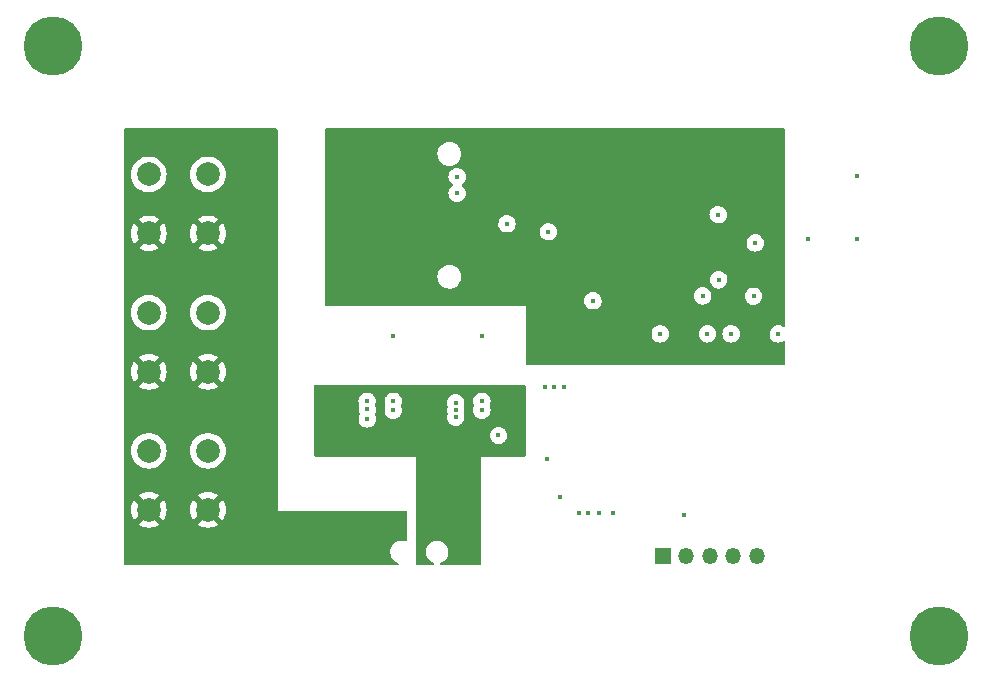
<source format=gbr>
%TF.GenerationSoftware,KiCad,Pcbnew,(6.0.2)*%
%TF.CreationDate,2022-04-10T14:27:56+08:00*%
%TF.ProjectId,PlantCare,506c616e-7443-4617-9265-2e6b69636164,rev?*%
%TF.SameCoordinates,Original*%
%TF.FileFunction,Copper,L3,Inr*%
%TF.FilePolarity,Positive*%
%FSLAX46Y46*%
G04 Gerber Fmt 4.6, Leading zero omitted, Abs format (unit mm)*
G04 Created by KiCad (PCBNEW (6.0.2)) date 2022-04-10 14:27:56*
%MOMM*%
%LPD*%
G01*
G04 APERTURE LIST*
%TA.AperFunction,ComponentPad*%
%ADD10C,0.800000*%
%TD*%
%TA.AperFunction,ComponentPad*%
%ADD11C,5.000000*%
%TD*%
%TA.AperFunction,ComponentPad*%
%ADD12C,2.000000*%
%TD*%
%TA.AperFunction,ComponentPad*%
%ADD13R,1.350000X1.350000*%
%TD*%
%TA.AperFunction,ComponentPad*%
%ADD14O,1.350000X1.350000*%
%TD*%
%TA.AperFunction,ViaPad*%
%ADD15C,0.450000*%
%TD*%
G04 APERTURE END LIST*
D10*
%TO.N,N/C*%
%TO.C,H2*%
X138674175Y-126325825D03*
X141875000Y-125000000D03*
X138125000Y-125000000D03*
X140000000Y-123125000D03*
X140000000Y-126875000D03*
D11*
X140000000Y-125000000D03*
D10*
X141325825Y-123674175D03*
X138674175Y-123674175D03*
X141325825Y-126325825D03*
%TD*%
D12*
%TO.N,/control1*%
%TO.C,J3*%
X73100000Y-85900000D03*
X78100000Y-85900000D03*
%TO.N,+BATT*%
X73100000Y-90900000D03*
X78100000Y-90900000D03*
%TD*%
%TO.N,/control*%
%TO.C,J5*%
X78100000Y-109300000D03*
X73100000Y-109300000D03*
%TO.N,+BATT*%
X78100000Y-114300000D03*
X73100000Y-114300000D03*
%TD*%
%TO.N,+BATT*%
%TO.C,J4*%
X78100000Y-102600000D03*
X73100000Y-102600000D03*
%TO.N,GND*%
X78100000Y-97600000D03*
X73100000Y-97600000D03*
%TD*%
D13*
%TO.N,GND*%
%TO.C,J2*%
X116600000Y-118200000D03*
D14*
%TO.N,/GPIO0*%
X118600000Y-118200000D03*
%TO.N,/RXD*%
X120600000Y-118200000D03*
%TO.N,/TXD*%
X122600000Y-118200000D03*
%TO.N,/EN*%
X124600000Y-118200000D03*
%TD*%
D10*
%TO.N,N/C*%
%TO.C,H4*%
X141875000Y-75000000D03*
X138674175Y-73674175D03*
X141325825Y-76325825D03*
X138125000Y-75000000D03*
X140000000Y-76875000D03*
X140000000Y-73125000D03*
D11*
X140000000Y-75000000D03*
D10*
X138674175Y-76325825D03*
X141325825Y-73674175D03*
%TD*%
%TO.N,N/C*%
%TO.C,H1*%
X66325825Y-76325825D03*
X63674175Y-73674175D03*
X63674175Y-76325825D03*
X66325825Y-73674175D03*
X66875000Y-75000000D03*
X65000000Y-76875000D03*
D11*
X65000000Y-75000000D03*
D10*
X65000000Y-73125000D03*
X63125000Y-75000000D03*
%TD*%
%TO.N,N/C*%
%TO.C,H3*%
X63674175Y-123674175D03*
D11*
X65000000Y-125000000D03*
D10*
X66325825Y-126325825D03*
X65000000Y-123125000D03*
X63674175Y-126325825D03*
X63125000Y-125000000D03*
X66875000Y-125000000D03*
X65000000Y-126875000D03*
X66325825Y-123674175D03*
%TD*%
D15*
%TO.N,Net-(C11-Pad1)*%
X96100000Y-105200000D03*
X88600000Y-105200000D03*
X103600000Y-105200000D03*
%TO.N,+BATT*%
X93800000Y-116700000D03*
X93800000Y-115500000D03*
%TO.N,+3V3*%
X101300000Y-105100000D03*
X93800000Y-105100000D03*
X93800000Y-105865000D03*
%TO.N,Net-(C11-Pad1)*%
X96750000Y-116095000D03*
X96750000Y-115200000D03*
X96750000Y-114350000D03*
X96750000Y-113490149D03*
%TO.N,GND*%
X133100000Y-91400000D03*
X133100000Y-86000000D03*
X121300000Y-89300000D03*
%TO.N,+3V3*%
X120690742Y-90817346D03*
X112400000Y-99400000D03*
X106599008Y-100892949D03*
X108100000Y-100900000D03*
X107400000Y-100900000D03*
%TO.N,+BATT*%
X82225000Y-108250000D03*
%TO.N,/GPIO2*%
X103425000Y-90075000D03*
X107910000Y-113200000D03*
%TO.N,+3V3*%
X104175000Y-85875000D03*
%TO.N,Net-(R5-Pad2)*%
X121350000Y-94825000D03*
X124450000Y-91700000D03*
X120000000Y-96190000D03*
X128925000Y-91400000D03*
%TO.N,/GPIO0*%
X106925000Y-90750000D03*
%TO.N,GND*%
X91575000Y-105100000D03*
X91600000Y-106600000D03*
X99075000Y-106475000D03*
X99075000Y-105225000D03*
X108250000Y-103900000D03*
X106675000Y-103900000D03*
X107425000Y-103900000D03*
X99075000Y-105850000D03*
X91600000Y-105800000D03*
X99200000Y-86100000D03*
X99200000Y-87500000D03*
%TO.N,/GPIO12*%
X116400000Y-99400000D03*
X110700000Y-96600000D03*
%TO.N,+3V3*%
X117700000Y-96200000D03*
%TO.N,/GPIO16*%
X120400000Y-99400000D03*
%TO.N,GND*%
X124300000Y-96200000D03*
%TO.N,+3V3*%
X125800000Y-96200000D03*
X122800000Y-96200000D03*
%TO.N,GND*%
X109500000Y-114600000D03*
X110300000Y-114600000D03*
X111200000Y-114600000D03*
X112400000Y-114600000D03*
%TO.N,/nRST*%
X126400000Y-99400000D03*
%TO.N,/EN*%
X122400000Y-99400000D03*
%TO.N,/GPIO0*%
X118400000Y-114700000D03*
%TO.N,GND*%
X106800000Y-110000000D03*
%TO.N,+BATT*%
X82300000Y-92100000D03*
%TO.N,GND*%
X102700000Y-108000000D03*
%TO.N,+3V3*%
X101300000Y-99565000D03*
X101300000Y-105865000D03*
X93800000Y-99565000D03*
%TO.N,Net-(C11-Pad1)*%
X104080000Y-108000000D03*
X96300000Y-108000000D03*
X88980000Y-108000000D03*
X88600000Y-105865000D03*
X103600000Y-105900000D03*
X96100000Y-105900000D03*
%TO.N,+BATT*%
X93800000Y-116100000D03*
%TD*%
%TA.AperFunction,Conductor*%
%TO.N,+BATT*%
G36*
X83942121Y-82020002D02*
G01*
X83988614Y-82073658D01*
X84000000Y-82126000D01*
X84000000Y-114400000D01*
X94874000Y-114400000D01*
X94942121Y-114420002D01*
X94988614Y-114473658D01*
X95000000Y-114526000D01*
X95000000Y-116835144D01*
X94979998Y-116903265D01*
X94926342Y-116949758D01*
X94856068Y-116959862D01*
X94823960Y-116950781D01*
X94815646Y-116947184D01*
X94791316Y-116936655D01*
X94785069Y-116935350D01*
X94785066Y-116935349D01*
X94605443Y-116897824D01*
X94605438Y-116897823D01*
X94600707Y-116896835D01*
X94594315Y-116896500D01*
X94451337Y-116896500D01*
X94384737Y-116903265D01*
X94312622Y-116910590D01*
X94312621Y-116910590D01*
X94306273Y-116911235D01*
X94249939Y-116928889D01*
X94126549Y-116967556D01*
X94126544Y-116967558D01*
X94120459Y-116969465D01*
X94040137Y-117013989D01*
X93955729Y-117060777D01*
X93955726Y-117060779D01*
X93950150Y-117063870D01*
X93945309Y-117068019D01*
X93945305Y-117068022D01*
X93878037Y-117125678D01*
X93802302Y-117190591D01*
X93682954Y-117344453D01*
X93680138Y-117350176D01*
X93680136Y-117350179D01*
X93599800Y-117513444D01*
X93596982Y-117519171D01*
X93547898Y-117707607D01*
X93537707Y-117902064D01*
X93566825Y-118094599D01*
X93569028Y-118100585D01*
X93569029Y-118100591D01*
X93631860Y-118271360D01*
X93631862Y-118271365D01*
X93634063Y-118277346D01*
X93736674Y-118442840D01*
X93870466Y-118584322D01*
X94029975Y-118696011D01*
X94174136Y-118758395D01*
X94228710Y-118803805D01*
X94250070Y-118871512D01*
X94231434Y-118940019D01*
X94178718Y-118987575D01*
X94124100Y-119000031D01*
X71096719Y-119000859D01*
X71028597Y-118980859D01*
X70982102Y-118927205D01*
X70970714Y-118874759D01*
X70970771Y-118803805D01*
X70973369Y-115532670D01*
X72232160Y-115532670D01*
X72237887Y-115540320D01*
X72409042Y-115645205D01*
X72417837Y-115649687D01*
X72627988Y-115736734D01*
X72637373Y-115739783D01*
X72858554Y-115792885D01*
X72868301Y-115794428D01*
X73095070Y-115812275D01*
X73104930Y-115812275D01*
X73331699Y-115794428D01*
X73341446Y-115792885D01*
X73562627Y-115739783D01*
X73572012Y-115736734D01*
X73782163Y-115649687D01*
X73790958Y-115645205D01*
X73958445Y-115542568D01*
X73967400Y-115532670D01*
X77232160Y-115532670D01*
X77237887Y-115540320D01*
X77409042Y-115645205D01*
X77417837Y-115649687D01*
X77627988Y-115736734D01*
X77637373Y-115739783D01*
X77858554Y-115792885D01*
X77868301Y-115794428D01*
X78095070Y-115812275D01*
X78104930Y-115812275D01*
X78331699Y-115794428D01*
X78341446Y-115792885D01*
X78562627Y-115739783D01*
X78572012Y-115736734D01*
X78782163Y-115649687D01*
X78790958Y-115645205D01*
X78958445Y-115542568D01*
X78967907Y-115532110D01*
X78964124Y-115523334D01*
X78112812Y-114672022D01*
X78098868Y-114664408D01*
X78097035Y-114664539D01*
X78090420Y-114668790D01*
X77238920Y-115520290D01*
X77232160Y-115532670D01*
X73967400Y-115532670D01*
X73967907Y-115532110D01*
X73964124Y-115523334D01*
X73112812Y-114672022D01*
X73098868Y-114664408D01*
X73097035Y-114664539D01*
X73090420Y-114668790D01*
X72238920Y-115520290D01*
X72232160Y-115532670D01*
X70973369Y-115532670D01*
X70974344Y-114304930D01*
X71587725Y-114304930D01*
X71605572Y-114531699D01*
X71607115Y-114541446D01*
X71660217Y-114762627D01*
X71663266Y-114772012D01*
X71750313Y-114982163D01*
X71754795Y-114990958D01*
X71857432Y-115158445D01*
X71867890Y-115167907D01*
X71876666Y-115164124D01*
X72727978Y-114312812D01*
X72734356Y-114301132D01*
X73464408Y-114301132D01*
X73464539Y-114302965D01*
X73468790Y-114309580D01*
X74320290Y-115161080D01*
X74332670Y-115167840D01*
X74340320Y-115162113D01*
X74445205Y-114990958D01*
X74449687Y-114982163D01*
X74536734Y-114772012D01*
X74539783Y-114762627D01*
X74592885Y-114541446D01*
X74594428Y-114531699D01*
X74612275Y-114304930D01*
X76587725Y-114304930D01*
X76605572Y-114531699D01*
X76607115Y-114541446D01*
X76660217Y-114762627D01*
X76663266Y-114772012D01*
X76750313Y-114982163D01*
X76754795Y-114990958D01*
X76857432Y-115158445D01*
X76867890Y-115167907D01*
X76876666Y-115164124D01*
X77727978Y-114312812D01*
X77734356Y-114301132D01*
X78464408Y-114301132D01*
X78464539Y-114302965D01*
X78468790Y-114309580D01*
X79320290Y-115161080D01*
X79332670Y-115167840D01*
X79340320Y-115162113D01*
X79445205Y-114990958D01*
X79449687Y-114982163D01*
X79536734Y-114772012D01*
X79539783Y-114762627D01*
X79592885Y-114541446D01*
X79594428Y-114531699D01*
X79612275Y-114304930D01*
X79612275Y-114295070D01*
X79594428Y-114068301D01*
X79592885Y-114058554D01*
X79539783Y-113837373D01*
X79536734Y-113827988D01*
X79449687Y-113617837D01*
X79445205Y-113609042D01*
X79342568Y-113441555D01*
X79332110Y-113432093D01*
X79323334Y-113435876D01*
X78472022Y-114287188D01*
X78464408Y-114301132D01*
X77734356Y-114301132D01*
X77735592Y-114298868D01*
X77735461Y-114297035D01*
X77731210Y-114290420D01*
X76879710Y-113438920D01*
X76867330Y-113432160D01*
X76859680Y-113437887D01*
X76754795Y-113609042D01*
X76750313Y-113617837D01*
X76663266Y-113827988D01*
X76660217Y-113837373D01*
X76607115Y-114058554D01*
X76605572Y-114068301D01*
X76587725Y-114295070D01*
X76587725Y-114304930D01*
X74612275Y-114304930D01*
X74612275Y-114295070D01*
X74594428Y-114068301D01*
X74592885Y-114058554D01*
X74539783Y-113837373D01*
X74536734Y-113827988D01*
X74449687Y-113617837D01*
X74445205Y-113609042D01*
X74342568Y-113441555D01*
X74332110Y-113432093D01*
X74323334Y-113435876D01*
X73472022Y-114287188D01*
X73464408Y-114301132D01*
X72734356Y-114301132D01*
X72735592Y-114298868D01*
X72735461Y-114297035D01*
X72731210Y-114290420D01*
X71879710Y-113438920D01*
X71867330Y-113432160D01*
X71859680Y-113437887D01*
X71754795Y-113609042D01*
X71750313Y-113617837D01*
X71663266Y-113827988D01*
X71660217Y-113837373D01*
X71607115Y-114058554D01*
X71605572Y-114068301D01*
X71587725Y-114295070D01*
X71587725Y-114304930D01*
X70974344Y-114304930D01*
X70975326Y-113067890D01*
X72232093Y-113067890D01*
X72235876Y-113076666D01*
X73087188Y-113927978D01*
X73101132Y-113935592D01*
X73102965Y-113935461D01*
X73109580Y-113931210D01*
X73961080Y-113079710D01*
X73967534Y-113067890D01*
X77232093Y-113067890D01*
X77235876Y-113076666D01*
X78087188Y-113927978D01*
X78101132Y-113935592D01*
X78102965Y-113935461D01*
X78109580Y-113931210D01*
X78961080Y-113079710D01*
X78967840Y-113067330D01*
X78962113Y-113059680D01*
X78790958Y-112954795D01*
X78782163Y-112950313D01*
X78572012Y-112863266D01*
X78562627Y-112860217D01*
X78341446Y-112807115D01*
X78331699Y-112805572D01*
X78104930Y-112787725D01*
X78095070Y-112787725D01*
X77868301Y-112805572D01*
X77858554Y-112807115D01*
X77637373Y-112860217D01*
X77627988Y-112863266D01*
X77417837Y-112950313D01*
X77409042Y-112954795D01*
X77241555Y-113057432D01*
X77232093Y-113067890D01*
X73967534Y-113067890D01*
X73967840Y-113067330D01*
X73962113Y-113059680D01*
X73790958Y-112954795D01*
X73782163Y-112950313D01*
X73572012Y-112863266D01*
X73562627Y-112860217D01*
X73341446Y-112807115D01*
X73331699Y-112805572D01*
X73104930Y-112787725D01*
X73095070Y-112787725D01*
X72868301Y-112805572D01*
X72858554Y-112807115D01*
X72637373Y-112860217D01*
X72627988Y-112863266D01*
X72417837Y-112950313D01*
X72409042Y-112954795D01*
X72241555Y-113057432D01*
X72232093Y-113067890D01*
X70975326Y-113067890D01*
X70978319Y-109300000D01*
X71586835Y-109300000D01*
X71605465Y-109536711D01*
X71660895Y-109767594D01*
X71751760Y-109986963D01*
X71754346Y-109991183D01*
X71873241Y-110185202D01*
X71873245Y-110185208D01*
X71875824Y-110189416D01*
X72030031Y-110369969D01*
X72210584Y-110524176D01*
X72214792Y-110526755D01*
X72214798Y-110526759D01*
X72408817Y-110645654D01*
X72413037Y-110648240D01*
X72417607Y-110650133D01*
X72417611Y-110650135D01*
X72627833Y-110737211D01*
X72632406Y-110739105D01*
X72712609Y-110758360D01*
X72858476Y-110793380D01*
X72858482Y-110793381D01*
X72863289Y-110794535D01*
X73100000Y-110813165D01*
X73336711Y-110794535D01*
X73341518Y-110793381D01*
X73341524Y-110793380D01*
X73487391Y-110758360D01*
X73567594Y-110739105D01*
X73572167Y-110737211D01*
X73782389Y-110650135D01*
X73782393Y-110650133D01*
X73786963Y-110648240D01*
X73791183Y-110645654D01*
X73985202Y-110526759D01*
X73985208Y-110526755D01*
X73989416Y-110524176D01*
X74169969Y-110369969D01*
X74324176Y-110189416D01*
X74326755Y-110185208D01*
X74326759Y-110185202D01*
X74445654Y-109991183D01*
X74448240Y-109986963D01*
X74539105Y-109767594D01*
X74594535Y-109536711D01*
X74613165Y-109300000D01*
X76586835Y-109300000D01*
X76605465Y-109536711D01*
X76660895Y-109767594D01*
X76751760Y-109986963D01*
X76754346Y-109991183D01*
X76873241Y-110185202D01*
X76873245Y-110185208D01*
X76875824Y-110189416D01*
X77030031Y-110369969D01*
X77210584Y-110524176D01*
X77214792Y-110526755D01*
X77214798Y-110526759D01*
X77408817Y-110645654D01*
X77413037Y-110648240D01*
X77417607Y-110650133D01*
X77417611Y-110650135D01*
X77627833Y-110737211D01*
X77632406Y-110739105D01*
X77712609Y-110758360D01*
X77858476Y-110793380D01*
X77858482Y-110793381D01*
X77863289Y-110794535D01*
X78100000Y-110813165D01*
X78336711Y-110794535D01*
X78341518Y-110793381D01*
X78341524Y-110793380D01*
X78487391Y-110758360D01*
X78567594Y-110739105D01*
X78572167Y-110737211D01*
X78782389Y-110650135D01*
X78782393Y-110650133D01*
X78786963Y-110648240D01*
X78791183Y-110645654D01*
X78985202Y-110526759D01*
X78985208Y-110526755D01*
X78989416Y-110524176D01*
X79169969Y-110369969D01*
X79324176Y-110189416D01*
X79326755Y-110185208D01*
X79326759Y-110185202D01*
X79445654Y-109991183D01*
X79448240Y-109986963D01*
X79539105Y-109767594D01*
X79594535Y-109536711D01*
X79613165Y-109300000D01*
X79594535Y-109063289D01*
X79539105Y-108832406D01*
X79537211Y-108827833D01*
X79450135Y-108617611D01*
X79450133Y-108617607D01*
X79448240Y-108613037D01*
X79421099Y-108568747D01*
X79326759Y-108414798D01*
X79326755Y-108414792D01*
X79324176Y-108410584D01*
X79169969Y-108230031D01*
X78989416Y-108075824D01*
X78985208Y-108073245D01*
X78985202Y-108073241D01*
X78791183Y-107954346D01*
X78786963Y-107951760D01*
X78782393Y-107949867D01*
X78782389Y-107949865D01*
X78572167Y-107862789D01*
X78572165Y-107862788D01*
X78567594Y-107860895D01*
X78465840Y-107836466D01*
X78341524Y-107806620D01*
X78341518Y-107806619D01*
X78336711Y-107805465D01*
X78100000Y-107786835D01*
X77863289Y-107805465D01*
X77858482Y-107806619D01*
X77858476Y-107806620D01*
X77734160Y-107836466D01*
X77632406Y-107860895D01*
X77627835Y-107862788D01*
X77627833Y-107862789D01*
X77417611Y-107949865D01*
X77417607Y-107949867D01*
X77413037Y-107951760D01*
X77408817Y-107954346D01*
X77214798Y-108073241D01*
X77214792Y-108073245D01*
X77210584Y-108075824D01*
X77030031Y-108230031D01*
X76875824Y-108410584D01*
X76873245Y-108414792D01*
X76873241Y-108414798D01*
X76778901Y-108568747D01*
X76751760Y-108613037D01*
X76749867Y-108617607D01*
X76749865Y-108617611D01*
X76662789Y-108827833D01*
X76660895Y-108832406D01*
X76605465Y-109063289D01*
X76586835Y-109300000D01*
X74613165Y-109300000D01*
X74594535Y-109063289D01*
X74539105Y-108832406D01*
X74537211Y-108827833D01*
X74450135Y-108617611D01*
X74450133Y-108617607D01*
X74448240Y-108613037D01*
X74421099Y-108568747D01*
X74326759Y-108414798D01*
X74326755Y-108414792D01*
X74324176Y-108410584D01*
X74169969Y-108230031D01*
X73989416Y-108075824D01*
X73985208Y-108073245D01*
X73985202Y-108073241D01*
X73791183Y-107954346D01*
X73786963Y-107951760D01*
X73782393Y-107949867D01*
X73782389Y-107949865D01*
X73572167Y-107862789D01*
X73572165Y-107862788D01*
X73567594Y-107860895D01*
X73465840Y-107836466D01*
X73341524Y-107806620D01*
X73341518Y-107806619D01*
X73336711Y-107805465D01*
X73100000Y-107786835D01*
X72863289Y-107805465D01*
X72858482Y-107806619D01*
X72858476Y-107806620D01*
X72734160Y-107836466D01*
X72632406Y-107860895D01*
X72627835Y-107862788D01*
X72627833Y-107862789D01*
X72417611Y-107949865D01*
X72417607Y-107949867D01*
X72413037Y-107951760D01*
X72408817Y-107954346D01*
X72214798Y-108073241D01*
X72214792Y-108073245D01*
X72210584Y-108075824D01*
X72030031Y-108230031D01*
X71875824Y-108410584D01*
X71873245Y-108414792D01*
X71873241Y-108414798D01*
X71778901Y-108568747D01*
X71751760Y-108613037D01*
X71749867Y-108617607D01*
X71749865Y-108617611D01*
X71662789Y-108827833D01*
X71660895Y-108832406D01*
X71605465Y-109063289D01*
X71586835Y-109300000D01*
X70978319Y-109300000D01*
X70982661Y-103832670D01*
X72232160Y-103832670D01*
X72237887Y-103840320D01*
X72409042Y-103945205D01*
X72417837Y-103949687D01*
X72627988Y-104036734D01*
X72637373Y-104039783D01*
X72858554Y-104092885D01*
X72868301Y-104094428D01*
X73095070Y-104112275D01*
X73104930Y-104112275D01*
X73331699Y-104094428D01*
X73341446Y-104092885D01*
X73562627Y-104039783D01*
X73572012Y-104036734D01*
X73782163Y-103949687D01*
X73790958Y-103945205D01*
X73958445Y-103842568D01*
X73967400Y-103832670D01*
X77232160Y-103832670D01*
X77237887Y-103840320D01*
X77409042Y-103945205D01*
X77417837Y-103949687D01*
X77627988Y-104036734D01*
X77637373Y-104039783D01*
X77858554Y-104092885D01*
X77868301Y-104094428D01*
X78095070Y-104112275D01*
X78104930Y-104112275D01*
X78331699Y-104094428D01*
X78341446Y-104092885D01*
X78562627Y-104039783D01*
X78572012Y-104036734D01*
X78782163Y-103949687D01*
X78790958Y-103945205D01*
X78958445Y-103842568D01*
X78967907Y-103832110D01*
X78964124Y-103823334D01*
X78112812Y-102972022D01*
X78098868Y-102964408D01*
X78097035Y-102964539D01*
X78090420Y-102968790D01*
X77238920Y-103820290D01*
X77232160Y-103832670D01*
X73967400Y-103832670D01*
X73967907Y-103832110D01*
X73964124Y-103823334D01*
X73112812Y-102972022D01*
X73098868Y-102964408D01*
X73097035Y-102964539D01*
X73090420Y-102968790D01*
X72238920Y-103820290D01*
X72232160Y-103832670D01*
X70982661Y-103832670D01*
X70983636Y-102604930D01*
X71587725Y-102604930D01*
X71605572Y-102831699D01*
X71607115Y-102841446D01*
X71660217Y-103062627D01*
X71663266Y-103072012D01*
X71750313Y-103282163D01*
X71754795Y-103290958D01*
X71857432Y-103458445D01*
X71867890Y-103467907D01*
X71876666Y-103464124D01*
X72727978Y-102612812D01*
X72734356Y-102601132D01*
X73464408Y-102601132D01*
X73464539Y-102602965D01*
X73468790Y-102609580D01*
X74320290Y-103461080D01*
X74332670Y-103467840D01*
X74340320Y-103462113D01*
X74445205Y-103290958D01*
X74449687Y-103282163D01*
X74536734Y-103072012D01*
X74539783Y-103062627D01*
X74592885Y-102841446D01*
X74594428Y-102831699D01*
X74612275Y-102604930D01*
X76587725Y-102604930D01*
X76605572Y-102831699D01*
X76607115Y-102841446D01*
X76660217Y-103062627D01*
X76663266Y-103072012D01*
X76750313Y-103282163D01*
X76754795Y-103290958D01*
X76857432Y-103458445D01*
X76867890Y-103467907D01*
X76876666Y-103464124D01*
X77727978Y-102612812D01*
X77734356Y-102601132D01*
X78464408Y-102601132D01*
X78464539Y-102602965D01*
X78468790Y-102609580D01*
X79320290Y-103461080D01*
X79332670Y-103467840D01*
X79340320Y-103462113D01*
X79445205Y-103290958D01*
X79449687Y-103282163D01*
X79536734Y-103072012D01*
X79539783Y-103062627D01*
X79592885Y-102841446D01*
X79594428Y-102831699D01*
X79612275Y-102604930D01*
X79612275Y-102595070D01*
X79594428Y-102368301D01*
X79592885Y-102358554D01*
X79539783Y-102137373D01*
X79536734Y-102127988D01*
X79449687Y-101917837D01*
X79445205Y-101909042D01*
X79342568Y-101741555D01*
X79332110Y-101732093D01*
X79323334Y-101735876D01*
X78472022Y-102587188D01*
X78464408Y-102601132D01*
X77734356Y-102601132D01*
X77735592Y-102598868D01*
X77735461Y-102597035D01*
X77731210Y-102590420D01*
X76879710Y-101738920D01*
X76867330Y-101732160D01*
X76859680Y-101737887D01*
X76754795Y-101909042D01*
X76750313Y-101917837D01*
X76663266Y-102127988D01*
X76660217Y-102137373D01*
X76607115Y-102358554D01*
X76605572Y-102368301D01*
X76587725Y-102595070D01*
X76587725Y-102604930D01*
X74612275Y-102604930D01*
X74612275Y-102595070D01*
X74594428Y-102368301D01*
X74592885Y-102358554D01*
X74539783Y-102137373D01*
X74536734Y-102127988D01*
X74449687Y-101917837D01*
X74445205Y-101909042D01*
X74342568Y-101741555D01*
X74332110Y-101732093D01*
X74323334Y-101735876D01*
X73472022Y-102587188D01*
X73464408Y-102601132D01*
X72734356Y-102601132D01*
X72735592Y-102598868D01*
X72735461Y-102597035D01*
X72731210Y-102590420D01*
X71879710Y-101738920D01*
X71867330Y-101732160D01*
X71859680Y-101737887D01*
X71754795Y-101909042D01*
X71750313Y-101917837D01*
X71663266Y-102127988D01*
X71660217Y-102137373D01*
X71607115Y-102358554D01*
X71605572Y-102368301D01*
X71587725Y-102595070D01*
X71587725Y-102604930D01*
X70983636Y-102604930D01*
X70984618Y-101367890D01*
X72232093Y-101367890D01*
X72235876Y-101376666D01*
X73087188Y-102227978D01*
X73101132Y-102235592D01*
X73102965Y-102235461D01*
X73109580Y-102231210D01*
X73961080Y-101379710D01*
X73967534Y-101367890D01*
X77232093Y-101367890D01*
X77235876Y-101376666D01*
X78087188Y-102227978D01*
X78101132Y-102235592D01*
X78102965Y-102235461D01*
X78109580Y-102231210D01*
X78961080Y-101379710D01*
X78967840Y-101367330D01*
X78962113Y-101359680D01*
X78790958Y-101254795D01*
X78782163Y-101250313D01*
X78572012Y-101163266D01*
X78562627Y-101160217D01*
X78341446Y-101107115D01*
X78331699Y-101105572D01*
X78104930Y-101087725D01*
X78095070Y-101087725D01*
X77868301Y-101105572D01*
X77858554Y-101107115D01*
X77637373Y-101160217D01*
X77627988Y-101163266D01*
X77417837Y-101250313D01*
X77409042Y-101254795D01*
X77241555Y-101357432D01*
X77232093Y-101367890D01*
X73967534Y-101367890D01*
X73967840Y-101367330D01*
X73962113Y-101359680D01*
X73790958Y-101254795D01*
X73782163Y-101250313D01*
X73572012Y-101163266D01*
X73562627Y-101160217D01*
X73341446Y-101107115D01*
X73331699Y-101105572D01*
X73104930Y-101087725D01*
X73095070Y-101087725D01*
X72868301Y-101105572D01*
X72858554Y-101107115D01*
X72637373Y-101160217D01*
X72627988Y-101163266D01*
X72417837Y-101250313D01*
X72409042Y-101254795D01*
X72241555Y-101357432D01*
X72232093Y-101367890D01*
X70984618Y-101367890D01*
X70987611Y-97600000D01*
X71586835Y-97600000D01*
X71605465Y-97836711D01*
X71660895Y-98067594D01*
X71751760Y-98286963D01*
X71754346Y-98291183D01*
X71873241Y-98485202D01*
X71873245Y-98485208D01*
X71875824Y-98489416D01*
X72030031Y-98669969D01*
X72210584Y-98824176D01*
X72214792Y-98826755D01*
X72214798Y-98826759D01*
X72336867Y-98901563D01*
X72413037Y-98948240D01*
X72417607Y-98950133D01*
X72417611Y-98950135D01*
X72627833Y-99037211D01*
X72632406Y-99039105D01*
X72712609Y-99058360D01*
X72858476Y-99093380D01*
X72858482Y-99093381D01*
X72863289Y-99094535D01*
X73100000Y-99113165D01*
X73336711Y-99094535D01*
X73341518Y-99093381D01*
X73341524Y-99093380D01*
X73487391Y-99058360D01*
X73567594Y-99039105D01*
X73572167Y-99037211D01*
X73782389Y-98950135D01*
X73782393Y-98950133D01*
X73786963Y-98948240D01*
X73863133Y-98901563D01*
X73985202Y-98826759D01*
X73985208Y-98826755D01*
X73989416Y-98824176D01*
X74169969Y-98669969D01*
X74324176Y-98489416D01*
X74326755Y-98485208D01*
X74326759Y-98485202D01*
X74445654Y-98291183D01*
X74448240Y-98286963D01*
X74539105Y-98067594D01*
X74594535Y-97836711D01*
X74613165Y-97600000D01*
X76586835Y-97600000D01*
X76605465Y-97836711D01*
X76660895Y-98067594D01*
X76751760Y-98286963D01*
X76754346Y-98291183D01*
X76873241Y-98485202D01*
X76873245Y-98485208D01*
X76875824Y-98489416D01*
X77030031Y-98669969D01*
X77210584Y-98824176D01*
X77214792Y-98826755D01*
X77214798Y-98826759D01*
X77336867Y-98901563D01*
X77413037Y-98948240D01*
X77417607Y-98950133D01*
X77417611Y-98950135D01*
X77627833Y-99037211D01*
X77632406Y-99039105D01*
X77712609Y-99058360D01*
X77858476Y-99093380D01*
X77858482Y-99093381D01*
X77863289Y-99094535D01*
X78100000Y-99113165D01*
X78336711Y-99094535D01*
X78341518Y-99093381D01*
X78341524Y-99093380D01*
X78487391Y-99058360D01*
X78567594Y-99039105D01*
X78572167Y-99037211D01*
X78782389Y-98950135D01*
X78782393Y-98950133D01*
X78786963Y-98948240D01*
X78863133Y-98901563D01*
X78985202Y-98826759D01*
X78985208Y-98826755D01*
X78989416Y-98824176D01*
X79169969Y-98669969D01*
X79324176Y-98489416D01*
X79326755Y-98485208D01*
X79326759Y-98485202D01*
X79445654Y-98291183D01*
X79448240Y-98286963D01*
X79539105Y-98067594D01*
X79594535Y-97836711D01*
X79613165Y-97600000D01*
X79594535Y-97363289D01*
X79539105Y-97132406D01*
X79448240Y-96913037D01*
X79445654Y-96908817D01*
X79326759Y-96714798D01*
X79326755Y-96714792D01*
X79324176Y-96710584D01*
X79169969Y-96530031D01*
X78989416Y-96375824D01*
X78985208Y-96373245D01*
X78985202Y-96373241D01*
X78791183Y-96254346D01*
X78786963Y-96251760D01*
X78782393Y-96249867D01*
X78782389Y-96249865D01*
X78572167Y-96162789D01*
X78572165Y-96162788D01*
X78567594Y-96160895D01*
X78487391Y-96141640D01*
X78341524Y-96106620D01*
X78341518Y-96106619D01*
X78336711Y-96105465D01*
X78100000Y-96086835D01*
X77863289Y-96105465D01*
X77858482Y-96106619D01*
X77858476Y-96106620D01*
X77712609Y-96141640D01*
X77632406Y-96160895D01*
X77627835Y-96162788D01*
X77627833Y-96162789D01*
X77417611Y-96249865D01*
X77417607Y-96249867D01*
X77413037Y-96251760D01*
X77408817Y-96254346D01*
X77214798Y-96373241D01*
X77214792Y-96373245D01*
X77210584Y-96375824D01*
X77030031Y-96530031D01*
X76875824Y-96710584D01*
X76873245Y-96714792D01*
X76873241Y-96714798D01*
X76754346Y-96908817D01*
X76751760Y-96913037D01*
X76660895Y-97132406D01*
X76605465Y-97363289D01*
X76586835Y-97600000D01*
X74613165Y-97600000D01*
X74594535Y-97363289D01*
X74539105Y-97132406D01*
X74448240Y-96913037D01*
X74445654Y-96908817D01*
X74326759Y-96714798D01*
X74326755Y-96714792D01*
X74324176Y-96710584D01*
X74169969Y-96530031D01*
X73989416Y-96375824D01*
X73985208Y-96373245D01*
X73985202Y-96373241D01*
X73791183Y-96254346D01*
X73786963Y-96251760D01*
X73782393Y-96249867D01*
X73782389Y-96249865D01*
X73572167Y-96162789D01*
X73572165Y-96162788D01*
X73567594Y-96160895D01*
X73487391Y-96141640D01*
X73341524Y-96106620D01*
X73341518Y-96106619D01*
X73336711Y-96105465D01*
X73100000Y-96086835D01*
X72863289Y-96105465D01*
X72858482Y-96106619D01*
X72858476Y-96106620D01*
X72712609Y-96141640D01*
X72632406Y-96160895D01*
X72627835Y-96162788D01*
X72627833Y-96162789D01*
X72417611Y-96249865D01*
X72417607Y-96249867D01*
X72413037Y-96251760D01*
X72408817Y-96254346D01*
X72214798Y-96373241D01*
X72214792Y-96373245D01*
X72210584Y-96375824D01*
X72030031Y-96530031D01*
X71875824Y-96710584D01*
X71873245Y-96714792D01*
X71873241Y-96714798D01*
X71754346Y-96908817D01*
X71751760Y-96913037D01*
X71660895Y-97132406D01*
X71605465Y-97363289D01*
X71586835Y-97600000D01*
X70987611Y-97600000D01*
X70991953Y-92132670D01*
X72232160Y-92132670D01*
X72237887Y-92140320D01*
X72409042Y-92245205D01*
X72417837Y-92249687D01*
X72627988Y-92336734D01*
X72637373Y-92339783D01*
X72858554Y-92392885D01*
X72868301Y-92394428D01*
X73095070Y-92412275D01*
X73104930Y-92412275D01*
X73331699Y-92394428D01*
X73341446Y-92392885D01*
X73562627Y-92339783D01*
X73572012Y-92336734D01*
X73782163Y-92249687D01*
X73790958Y-92245205D01*
X73958445Y-92142568D01*
X73967400Y-92132670D01*
X77232160Y-92132670D01*
X77237887Y-92140320D01*
X77409042Y-92245205D01*
X77417837Y-92249687D01*
X77627988Y-92336734D01*
X77637373Y-92339783D01*
X77858554Y-92392885D01*
X77868301Y-92394428D01*
X78095070Y-92412275D01*
X78104930Y-92412275D01*
X78331699Y-92394428D01*
X78341446Y-92392885D01*
X78562627Y-92339783D01*
X78572012Y-92336734D01*
X78782163Y-92249687D01*
X78790958Y-92245205D01*
X78958445Y-92142568D01*
X78967907Y-92132110D01*
X78964124Y-92123334D01*
X78112812Y-91272022D01*
X78098868Y-91264408D01*
X78097035Y-91264539D01*
X78090420Y-91268790D01*
X77238920Y-92120290D01*
X77232160Y-92132670D01*
X73967400Y-92132670D01*
X73967907Y-92132110D01*
X73964124Y-92123334D01*
X73112812Y-91272022D01*
X73098868Y-91264408D01*
X73097035Y-91264539D01*
X73090420Y-91268790D01*
X72238920Y-92120290D01*
X72232160Y-92132670D01*
X70991953Y-92132670D01*
X70992928Y-90904930D01*
X71587725Y-90904930D01*
X71605572Y-91131699D01*
X71607115Y-91141446D01*
X71660217Y-91362627D01*
X71663266Y-91372012D01*
X71750313Y-91582163D01*
X71754795Y-91590958D01*
X71857432Y-91758445D01*
X71867890Y-91767907D01*
X71876666Y-91764124D01*
X72727978Y-90912812D01*
X72734356Y-90901132D01*
X73464408Y-90901132D01*
X73464539Y-90902965D01*
X73468790Y-90909580D01*
X74320290Y-91761080D01*
X74332670Y-91767840D01*
X74340320Y-91762113D01*
X74445205Y-91590958D01*
X74449687Y-91582163D01*
X74536734Y-91372012D01*
X74539783Y-91362627D01*
X74592885Y-91141446D01*
X74594428Y-91131699D01*
X74612275Y-90904930D01*
X76587725Y-90904930D01*
X76605572Y-91131699D01*
X76607115Y-91141446D01*
X76660217Y-91362627D01*
X76663266Y-91372012D01*
X76750313Y-91582163D01*
X76754795Y-91590958D01*
X76857432Y-91758445D01*
X76867890Y-91767907D01*
X76876666Y-91764124D01*
X77727978Y-90912812D01*
X77734356Y-90901132D01*
X78464408Y-90901132D01*
X78464539Y-90902965D01*
X78468790Y-90909580D01*
X79320290Y-91761080D01*
X79332670Y-91767840D01*
X79340320Y-91762113D01*
X79445205Y-91590958D01*
X79449687Y-91582163D01*
X79536734Y-91372012D01*
X79539783Y-91362627D01*
X79592885Y-91141446D01*
X79594428Y-91131699D01*
X79612275Y-90904930D01*
X79612275Y-90895070D01*
X79594428Y-90668301D01*
X79592885Y-90658554D01*
X79539783Y-90437373D01*
X79536734Y-90427988D01*
X79449687Y-90217837D01*
X79445205Y-90209042D01*
X79342568Y-90041555D01*
X79332110Y-90032093D01*
X79323334Y-90035876D01*
X78472022Y-90887188D01*
X78464408Y-90901132D01*
X77734356Y-90901132D01*
X77735592Y-90898868D01*
X77735461Y-90897035D01*
X77731210Y-90890420D01*
X76879710Y-90038920D01*
X76867330Y-90032160D01*
X76859680Y-90037887D01*
X76754795Y-90209042D01*
X76750313Y-90217837D01*
X76663266Y-90427988D01*
X76660217Y-90437373D01*
X76607115Y-90658554D01*
X76605572Y-90668301D01*
X76587725Y-90895070D01*
X76587725Y-90904930D01*
X74612275Y-90904930D01*
X74612275Y-90895070D01*
X74594428Y-90668301D01*
X74592885Y-90658554D01*
X74539783Y-90437373D01*
X74536734Y-90427988D01*
X74449687Y-90217837D01*
X74445205Y-90209042D01*
X74342568Y-90041555D01*
X74332110Y-90032093D01*
X74323334Y-90035876D01*
X73472022Y-90887188D01*
X73464408Y-90901132D01*
X72734356Y-90901132D01*
X72735592Y-90898868D01*
X72735461Y-90897035D01*
X72731210Y-90890420D01*
X71879710Y-90038920D01*
X71867330Y-90032160D01*
X71859680Y-90037887D01*
X71754795Y-90209042D01*
X71750313Y-90217837D01*
X71663266Y-90427988D01*
X71660217Y-90437373D01*
X71607115Y-90658554D01*
X71605572Y-90668301D01*
X71587725Y-90895070D01*
X71587725Y-90904930D01*
X70992928Y-90904930D01*
X70993910Y-89667890D01*
X72232093Y-89667890D01*
X72235876Y-89676666D01*
X73087188Y-90527978D01*
X73101132Y-90535592D01*
X73102965Y-90535461D01*
X73109580Y-90531210D01*
X73961080Y-89679710D01*
X73967534Y-89667890D01*
X77232093Y-89667890D01*
X77235876Y-89676666D01*
X78087188Y-90527978D01*
X78101132Y-90535592D01*
X78102965Y-90535461D01*
X78109580Y-90531210D01*
X78961080Y-89679710D01*
X78967840Y-89667330D01*
X78962113Y-89659680D01*
X78790958Y-89554795D01*
X78782163Y-89550313D01*
X78572012Y-89463266D01*
X78562627Y-89460217D01*
X78341446Y-89407115D01*
X78331699Y-89405572D01*
X78104930Y-89387725D01*
X78095070Y-89387725D01*
X77868301Y-89405572D01*
X77858554Y-89407115D01*
X77637373Y-89460217D01*
X77627988Y-89463266D01*
X77417837Y-89550313D01*
X77409042Y-89554795D01*
X77241555Y-89657432D01*
X77232093Y-89667890D01*
X73967534Y-89667890D01*
X73967840Y-89667330D01*
X73962113Y-89659680D01*
X73790958Y-89554795D01*
X73782163Y-89550313D01*
X73572012Y-89463266D01*
X73562627Y-89460217D01*
X73341446Y-89407115D01*
X73331699Y-89405572D01*
X73104930Y-89387725D01*
X73095070Y-89387725D01*
X72868301Y-89405572D01*
X72858554Y-89407115D01*
X72637373Y-89460217D01*
X72627988Y-89463266D01*
X72417837Y-89550313D01*
X72409042Y-89554795D01*
X72241555Y-89657432D01*
X72232093Y-89667890D01*
X70993910Y-89667890D01*
X70996903Y-85900000D01*
X71586835Y-85900000D01*
X71605465Y-86136711D01*
X71660895Y-86367594D01*
X71751760Y-86586963D01*
X71754346Y-86591183D01*
X71873241Y-86785202D01*
X71873245Y-86785208D01*
X71875824Y-86789416D01*
X72030031Y-86969969D01*
X72210584Y-87124176D01*
X72214792Y-87126755D01*
X72214798Y-87126759D01*
X72408817Y-87245654D01*
X72413037Y-87248240D01*
X72417607Y-87250133D01*
X72417611Y-87250135D01*
X72627833Y-87337211D01*
X72632406Y-87339105D01*
X72712609Y-87358360D01*
X72858476Y-87393380D01*
X72858482Y-87393381D01*
X72863289Y-87394535D01*
X73100000Y-87413165D01*
X73336711Y-87394535D01*
X73341518Y-87393381D01*
X73341524Y-87393380D01*
X73487391Y-87358360D01*
X73567594Y-87339105D01*
X73572167Y-87337211D01*
X73782389Y-87250135D01*
X73782393Y-87250133D01*
X73786963Y-87248240D01*
X73791183Y-87245654D01*
X73985202Y-87126759D01*
X73985208Y-87126755D01*
X73989416Y-87124176D01*
X74169969Y-86969969D01*
X74324176Y-86789416D01*
X74326755Y-86785208D01*
X74326759Y-86785202D01*
X74445654Y-86591183D01*
X74448240Y-86586963D01*
X74539105Y-86367594D01*
X74594535Y-86136711D01*
X74613165Y-85900000D01*
X76586835Y-85900000D01*
X76605465Y-86136711D01*
X76660895Y-86367594D01*
X76751760Y-86586963D01*
X76754346Y-86591183D01*
X76873241Y-86785202D01*
X76873245Y-86785208D01*
X76875824Y-86789416D01*
X77030031Y-86969969D01*
X77210584Y-87124176D01*
X77214792Y-87126755D01*
X77214798Y-87126759D01*
X77408817Y-87245654D01*
X77413037Y-87248240D01*
X77417607Y-87250133D01*
X77417611Y-87250135D01*
X77627833Y-87337211D01*
X77632406Y-87339105D01*
X77712609Y-87358360D01*
X77858476Y-87393380D01*
X77858482Y-87393381D01*
X77863289Y-87394535D01*
X78100000Y-87413165D01*
X78336711Y-87394535D01*
X78341518Y-87393381D01*
X78341524Y-87393380D01*
X78487391Y-87358360D01*
X78567594Y-87339105D01*
X78572167Y-87337211D01*
X78782389Y-87250135D01*
X78782393Y-87250133D01*
X78786963Y-87248240D01*
X78791183Y-87245654D01*
X78985202Y-87126759D01*
X78985208Y-87126755D01*
X78989416Y-87124176D01*
X79169969Y-86969969D01*
X79324176Y-86789416D01*
X79326755Y-86785208D01*
X79326759Y-86785202D01*
X79445654Y-86591183D01*
X79448240Y-86586963D01*
X79539105Y-86367594D01*
X79594535Y-86136711D01*
X79613165Y-85900000D01*
X79594535Y-85663289D01*
X79539105Y-85432406D01*
X79448240Y-85213037D01*
X79445654Y-85208817D01*
X79326759Y-85014798D01*
X79326755Y-85014792D01*
X79324176Y-85010584D01*
X79169969Y-84830031D01*
X78989416Y-84675824D01*
X78985208Y-84673245D01*
X78985202Y-84673241D01*
X78791183Y-84554346D01*
X78786963Y-84551760D01*
X78782393Y-84549867D01*
X78782389Y-84549865D01*
X78572167Y-84462789D01*
X78572165Y-84462788D01*
X78567594Y-84460895D01*
X78487391Y-84441640D01*
X78341524Y-84406620D01*
X78341518Y-84406619D01*
X78336711Y-84405465D01*
X78100000Y-84386835D01*
X77863289Y-84405465D01*
X77858482Y-84406619D01*
X77858476Y-84406620D01*
X77712609Y-84441640D01*
X77632406Y-84460895D01*
X77627835Y-84462788D01*
X77627833Y-84462789D01*
X77417611Y-84549865D01*
X77417607Y-84549867D01*
X77413037Y-84551760D01*
X77408817Y-84554346D01*
X77214798Y-84673241D01*
X77214792Y-84673245D01*
X77210584Y-84675824D01*
X77030031Y-84830031D01*
X76875824Y-85010584D01*
X76873245Y-85014792D01*
X76873241Y-85014798D01*
X76754346Y-85208817D01*
X76751760Y-85213037D01*
X76660895Y-85432406D01*
X76605465Y-85663289D01*
X76586835Y-85900000D01*
X74613165Y-85900000D01*
X74594535Y-85663289D01*
X74539105Y-85432406D01*
X74448240Y-85213037D01*
X74445654Y-85208817D01*
X74326759Y-85014798D01*
X74326755Y-85014792D01*
X74324176Y-85010584D01*
X74169969Y-84830031D01*
X73989416Y-84675824D01*
X73985208Y-84673245D01*
X73985202Y-84673241D01*
X73791183Y-84554346D01*
X73786963Y-84551760D01*
X73782393Y-84549867D01*
X73782389Y-84549865D01*
X73572167Y-84462789D01*
X73572165Y-84462788D01*
X73567594Y-84460895D01*
X73487391Y-84441640D01*
X73341524Y-84406620D01*
X73341518Y-84406619D01*
X73336711Y-84405465D01*
X73100000Y-84386835D01*
X72863289Y-84405465D01*
X72858482Y-84406619D01*
X72858476Y-84406620D01*
X72712609Y-84441640D01*
X72632406Y-84460895D01*
X72627835Y-84462788D01*
X72627833Y-84462789D01*
X72417611Y-84549865D01*
X72417607Y-84549867D01*
X72413037Y-84551760D01*
X72408817Y-84554346D01*
X72214798Y-84673241D01*
X72214792Y-84673245D01*
X72210584Y-84675824D01*
X72030031Y-84830031D01*
X71875824Y-85010584D01*
X71873245Y-85014792D01*
X71873241Y-85014798D01*
X71754346Y-85208817D01*
X71751760Y-85213037D01*
X71660895Y-85432406D01*
X71605465Y-85663289D01*
X71586835Y-85900000D01*
X70996903Y-85900000D01*
X70999900Y-82125900D01*
X71019956Y-82057795D01*
X71073649Y-82011345D01*
X71125900Y-82000000D01*
X83874000Y-82000000D01*
X83942121Y-82020002D01*
G37*
%TD.AperFunction*%
%TD*%
%TA.AperFunction,Conductor*%
%TO.N,Net-(C11-Pad1)*%
G36*
X104942121Y-103720002D02*
G01*
X104988614Y-103773658D01*
X105000000Y-103826000D01*
X105000000Y-109674000D01*
X104979998Y-109742121D01*
X104926342Y-109788614D01*
X104874000Y-109800000D01*
X101200000Y-109800000D01*
X101200000Y-118874000D01*
X101179998Y-118942121D01*
X101126342Y-118988614D01*
X101074000Y-119000000D01*
X97874999Y-119000000D01*
X97806878Y-118979998D01*
X97760385Y-118926342D01*
X97750281Y-118856068D01*
X97779775Y-118791488D01*
X97837321Y-118753766D01*
X97873448Y-118742445D01*
X97873453Y-118742443D01*
X97879541Y-118740535D01*
X97966475Y-118692346D01*
X98044271Y-118649223D01*
X98044274Y-118649221D01*
X98049850Y-118646130D01*
X98054691Y-118641981D01*
X98054695Y-118641978D01*
X98192855Y-118523560D01*
X98197698Y-118519409D01*
X98317046Y-118365547D01*
X98357779Y-118282768D01*
X98400200Y-118196556D01*
X98403018Y-118190829D01*
X98404628Y-118184649D01*
X98450492Y-118008575D01*
X98450492Y-118008572D01*
X98452102Y-118002393D01*
X98462293Y-117807936D01*
X98433175Y-117615401D01*
X98430972Y-117609415D01*
X98430971Y-117609409D01*
X98368140Y-117438640D01*
X98368138Y-117438635D01*
X98365937Y-117432654D01*
X98263326Y-117267160D01*
X98129534Y-117125678D01*
X97970025Y-117013989D01*
X97922013Y-116993212D01*
X97797175Y-116939190D01*
X97797171Y-116939189D01*
X97791316Y-116936655D01*
X97785069Y-116935350D01*
X97785066Y-116935349D01*
X97605443Y-116897824D01*
X97605438Y-116897823D01*
X97600707Y-116896835D01*
X97594315Y-116896500D01*
X97451337Y-116896500D01*
X97382049Y-116903538D01*
X97312622Y-116910590D01*
X97312621Y-116910590D01*
X97306273Y-116911235D01*
X97249939Y-116928889D01*
X97126549Y-116967556D01*
X97126544Y-116967558D01*
X97120459Y-116969465D01*
X97044713Y-117011452D01*
X96955729Y-117060777D01*
X96955726Y-117060779D01*
X96950150Y-117063870D01*
X96945309Y-117068019D01*
X96945305Y-117068022D01*
X96882311Y-117122015D01*
X96802302Y-117190591D01*
X96682954Y-117344453D01*
X96680138Y-117350176D01*
X96680136Y-117350179D01*
X96636608Y-117438640D01*
X96596982Y-117519171D01*
X96595373Y-117525349D01*
X96595372Y-117525351D01*
X96573477Y-117609409D01*
X96547898Y-117707607D01*
X96537707Y-117902064D01*
X96566825Y-118094599D01*
X96569028Y-118100585D01*
X96569029Y-118100591D01*
X96631860Y-118271360D01*
X96631862Y-118271365D01*
X96634063Y-118277346D01*
X96736674Y-118442840D01*
X96870466Y-118584322D01*
X97029975Y-118696011D01*
X97163440Y-118753766D01*
X97174063Y-118758363D01*
X97228638Y-118803774D01*
X97249998Y-118871481D01*
X97231362Y-118939988D01*
X97178646Y-118987544D01*
X97124023Y-119000000D01*
X95826000Y-119000000D01*
X95757879Y-118979998D01*
X95711386Y-118926342D01*
X95700000Y-118874000D01*
X95700000Y-109800000D01*
X87226000Y-109800000D01*
X87157879Y-109779998D01*
X87111386Y-109726342D01*
X87100000Y-109674000D01*
X87100000Y-107989694D01*
X101961931Y-107989694D01*
X101977989Y-108153468D01*
X102029932Y-108309615D01*
X102115179Y-108450373D01*
X102229491Y-108568747D01*
X102367189Y-108658854D01*
X102521428Y-108716215D01*
X102528409Y-108717146D01*
X102528411Y-108717147D01*
X102677561Y-108737048D01*
X102677565Y-108737048D01*
X102684542Y-108737979D01*
X102691553Y-108737341D01*
X102691557Y-108737341D01*
X102841403Y-108723704D01*
X102841404Y-108723704D01*
X102848424Y-108723065D01*
X102877062Y-108713760D01*
X102998230Y-108674390D01*
X102998233Y-108674389D01*
X103004929Y-108672213D01*
X103146279Y-108587951D01*
X103265449Y-108474468D01*
X103281458Y-108450373D01*
X103352614Y-108343275D01*
X103352615Y-108343273D01*
X103356515Y-108337403D01*
X103414951Y-108183568D01*
X103437853Y-108020610D01*
X103438141Y-108000000D01*
X103419798Y-107836466D01*
X103413998Y-107819809D01*
X103367998Y-107687717D01*
X103365680Y-107681060D01*
X103278476Y-107541505D01*
X103220499Y-107483122D01*
X103167486Y-107429737D01*
X103167482Y-107429734D01*
X103162522Y-107424739D01*
X103023580Y-107336563D01*
X102959542Y-107313760D01*
X102875189Y-107283723D01*
X102875187Y-107283722D01*
X102868555Y-107281361D01*
X102861569Y-107280528D01*
X102861565Y-107280527D01*
X102747071Y-107266875D01*
X102705153Y-107261877D01*
X102698150Y-107262613D01*
X102698149Y-107262613D01*
X102654935Y-107267155D01*
X102541495Y-107279078D01*
X102534827Y-107281348D01*
X102392382Y-107329840D01*
X102392379Y-107329841D01*
X102385715Y-107332110D01*
X102245555Y-107418337D01*
X102127982Y-107533473D01*
X102038838Y-107671797D01*
X102036427Y-107678420D01*
X102036426Y-107678423D01*
X101984966Y-107819809D01*
X101984965Y-107819814D01*
X101982556Y-107826432D01*
X101961931Y-107989694D01*
X87100000Y-107989694D01*
X87100000Y-105089694D01*
X90836931Y-105089694D01*
X90852989Y-105253468D01*
X90904932Y-105409615D01*
X90908580Y-105415638D01*
X90908583Y-105415645D01*
X90908978Y-105416297D01*
X90909104Y-105416771D01*
X90911537Y-105422038D01*
X90910612Y-105422466D01*
X90927153Y-105484927D01*
X90919599Y-105524656D01*
X90884966Y-105619809D01*
X90884965Y-105619814D01*
X90882556Y-105626432D01*
X90861931Y-105789694D01*
X90877989Y-105953468D01*
X90929932Y-106109615D01*
X90933581Y-106115640D01*
X90944097Y-106133004D01*
X90962276Y-106201634D01*
X90944569Y-106258961D01*
X90945787Y-106259566D01*
X90942657Y-106265871D01*
X90938838Y-106271797D01*
X90936427Y-106278420D01*
X90936426Y-106278423D01*
X90884966Y-106419809D01*
X90884965Y-106419814D01*
X90882556Y-106426432D01*
X90861931Y-106589694D01*
X90877989Y-106753468D01*
X90929932Y-106909615D01*
X91015179Y-107050373D01*
X91129491Y-107168747D01*
X91267189Y-107258854D01*
X91421428Y-107316215D01*
X91428409Y-107317146D01*
X91428411Y-107317147D01*
X91577561Y-107337048D01*
X91577565Y-107337048D01*
X91584542Y-107337979D01*
X91591553Y-107337341D01*
X91591557Y-107337341D01*
X91741403Y-107323704D01*
X91741404Y-107323704D01*
X91748424Y-107323065D01*
X91777062Y-107313760D01*
X91898230Y-107274390D01*
X91898233Y-107274389D01*
X91904929Y-107272213D01*
X92046279Y-107187951D01*
X92165449Y-107074468D01*
X92169350Y-107068597D01*
X92252614Y-106943275D01*
X92252615Y-106943273D01*
X92256515Y-106937403D01*
X92314951Y-106783568D01*
X92331593Y-106665154D01*
X92337302Y-106624534D01*
X92337303Y-106624527D01*
X92337853Y-106620610D01*
X92338141Y-106600000D01*
X92319798Y-106436466D01*
X92313998Y-106419809D01*
X92276268Y-106311466D01*
X92265680Y-106281060D01*
X92261947Y-106275085D01*
X92261944Y-106275080D01*
X92257589Y-106268111D01*
X92238450Y-106199743D01*
X92252374Y-106143742D01*
X92252615Y-106143273D01*
X92256515Y-106137403D01*
X92314951Y-105983568D01*
X92323507Y-105922689D01*
X92333063Y-105854694D01*
X93061931Y-105854694D01*
X93077989Y-106018468D01*
X93129932Y-106174615D01*
X93215179Y-106315373D01*
X93329491Y-106433747D01*
X93467189Y-106523854D01*
X93621428Y-106581215D01*
X93628409Y-106582146D01*
X93628411Y-106582147D01*
X93777561Y-106602048D01*
X93777565Y-106602048D01*
X93784542Y-106602979D01*
X93791553Y-106602341D01*
X93791557Y-106602341D01*
X93941403Y-106588704D01*
X93941404Y-106588704D01*
X93948424Y-106588065D01*
X93977062Y-106578760D01*
X94098230Y-106539390D01*
X94098233Y-106539389D01*
X94104929Y-106537213D01*
X94226580Y-106464694D01*
X98336931Y-106464694D01*
X98352989Y-106628468D01*
X98404932Y-106784615D01*
X98408581Y-106790640D01*
X98480636Y-106909615D01*
X98490179Y-106925373D01*
X98604491Y-107043747D01*
X98742189Y-107133854D01*
X98896428Y-107191215D01*
X98903409Y-107192146D01*
X98903411Y-107192147D01*
X99052561Y-107212048D01*
X99052565Y-107212048D01*
X99059542Y-107212979D01*
X99066553Y-107212341D01*
X99066557Y-107212341D01*
X99216403Y-107198704D01*
X99216404Y-107198704D01*
X99223424Y-107198065D01*
X99254551Y-107187951D01*
X99373230Y-107149390D01*
X99373233Y-107149389D01*
X99379929Y-107147213D01*
X99521279Y-107062951D01*
X99640449Y-106949468D01*
X99648465Y-106937403D01*
X99727614Y-106818275D01*
X99727615Y-106818273D01*
X99731515Y-106812403D01*
X99789951Y-106658568D01*
X99800166Y-106585887D01*
X99812302Y-106499534D01*
X99812303Y-106499527D01*
X99812853Y-106495610D01*
X99813141Y-106475000D01*
X99794798Y-106311466D01*
X99791304Y-106301432D01*
X99757073Y-106203134D01*
X99753559Y-106132224D01*
X99758276Y-106116954D01*
X99761064Y-106109615D01*
X99789951Y-106033568D01*
X99802193Y-105946459D01*
X99812302Y-105874534D01*
X99812303Y-105874527D01*
X99812853Y-105870610D01*
X99812995Y-105860430D01*
X99813076Y-105854694D01*
X100561931Y-105854694D01*
X100577989Y-106018468D01*
X100629932Y-106174615D01*
X100715179Y-106315373D01*
X100829491Y-106433747D01*
X100967189Y-106523854D01*
X101121428Y-106581215D01*
X101128409Y-106582146D01*
X101128411Y-106582147D01*
X101277561Y-106602048D01*
X101277565Y-106602048D01*
X101284542Y-106602979D01*
X101291553Y-106602341D01*
X101291557Y-106602341D01*
X101441403Y-106588704D01*
X101441404Y-106588704D01*
X101448424Y-106588065D01*
X101477062Y-106578760D01*
X101598230Y-106539390D01*
X101598233Y-106539389D01*
X101604929Y-106537213D01*
X101746279Y-106452951D01*
X101865449Y-106339468D01*
X101878092Y-106320439D01*
X101952614Y-106208275D01*
X101952615Y-106208273D01*
X101956515Y-106202403D01*
X102014951Y-106048568D01*
X102028316Y-105953468D01*
X102037302Y-105889534D01*
X102037303Y-105889527D01*
X102037853Y-105885610D01*
X102038141Y-105865000D01*
X102019798Y-105701466D01*
X102016304Y-105691432D01*
X101967997Y-105552713D01*
X101967996Y-105552712D01*
X101965680Y-105546060D01*
X101961948Y-105540088D01*
X101960464Y-105536990D01*
X101949070Y-105466914D01*
X101957992Y-105437964D01*
X101956515Y-105437403D01*
X101981166Y-105372509D01*
X102014951Y-105283568D01*
X102024631Y-105214694D01*
X102037302Y-105124534D01*
X102037303Y-105124527D01*
X102037853Y-105120610D01*
X102038141Y-105100000D01*
X102019798Y-104936466D01*
X102013998Y-104919809D01*
X101967998Y-104787717D01*
X101965680Y-104781060D01*
X101878476Y-104641505D01*
X101799090Y-104561563D01*
X101767486Y-104529737D01*
X101767482Y-104529734D01*
X101762522Y-104524739D01*
X101623580Y-104436563D01*
X101574447Y-104419068D01*
X101475189Y-104383723D01*
X101475187Y-104383722D01*
X101468555Y-104381361D01*
X101461569Y-104380528D01*
X101461565Y-104380527D01*
X101347071Y-104366875D01*
X101305153Y-104361877D01*
X101298150Y-104362613D01*
X101298149Y-104362613D01*
X101254935Y-104367155D01*
X101141495Y-104379078D01*
X101134827Y-104381348D01*
X100992382Y-104429840D01*
X100992379Y-104429841D01*
X100985715Y-104432110D01*
X100845555Y-104518337D01*
X100727982Y-104633473D01*
X100638838Y-104771797D01*
X100636427Y-104778420D01*
X100636426Y-104778423D01*
X100584966Y-104919809D01*
X100584965Y-104919814D01*
X100582556Y-104926432D01*
X100561931Y-105089694D01*
X100577989Y-105253468D01*
X100629932Y-105409615D01*
X100633580Y-105415638D01*
X100634117Y-105416525D01*
X100634288Y-105417171D01*
X100636536Y-105422036D01*
X100635682Y-105422431D01*
X100652300Y-105485153D01*
X100639851Y-105535225D01*
X100638838Y-105536797D01*
X100636426Y-105543424D01*
X100584966Y-105684809D01*
X100584965Y-105684814D01*
X100582556Y-105691432D01*
X100561931Y-105854694D01*
X99813076Y-105854694D01*
X99813086Y-105853962D01*
X99813086Y-105853956D01*
X99813141Y-105850000D01*
X99794798Y-105686466D01*
X99791304Y-105676432D01*
X99757073Y-105578134D01*
X99753559Y-105507224D01*
X99758276Y-105491954D01*
X99767788Y-105466914D01*
X99789951Y-105408568D01*
X99806593Y-105290154D01*
X99812302Y-105249534D01*
X99812303Y-105249527D01*
X99812853Y-105245610D01*
X99813141Y-105225000D01*
X99794798Y-105061466D01*
X99788998Y-105044809D01*
X99742998Y-104912717D01*
X99740680Y-104906060D01*
X99653476Y-104766505D01*
X99595499Y-104708122D01*
X99542486Y-104654737D01*
X99542482Y-104654734D01*
X99537522Y-104649739D01*
X99398580Y-104561563D01*
X99349447Y-104544068D01*
X99250189Y-104508723D01*
X99250187Y-104508722D01*
X99243555Y-104506361D01*
X99236569Y-104505528D01*
X99236565Y-104505527D01*
X99122071Y-104491875D01*
X99080153Y-104486877D01*
X99073150Y-104487613D01*
X99073149Y-104487613D01*
X99029935Y-104492155D01*
X98916495Y-104504078D01*
X98909827Y-104506348D01*
X98767382Y-104554840D01*
X98767379Y-104554841D01*
X98760715Y-104557110D01*
X98620555Y-104643337D01*
X98502982Y-104758473D01*
X98413838Y-104896797D01*
X98411427Y-104903420D01*
X98411426Y-104903423D01*
X98359966Y-105044809D01*
X98359965Y-105044814D01*
X98357556Y-105051432D01*
X98336931Y-105214694D01*
X98352989Y-105378468D01*
X98367625Y-105422466D01*
X98393107Y-105499068D01*
X98395630Y-105570020D01*
X98391950Y-105581934D01*
X98359966Y-105669809D01*
X98359965Y-105669814D01*
X98357556Y-105676432D01*
X98336931Y-105839694D01*
X98352989Y-106003468D01*
X98367992Y-106048568D01*
X98393107Y-106124068D01*
X98395630Y-106195020D01*
X98391950Y-106206934D01*
X98359966Y-106294809D01*
X98359965Y-106294814D01*
X98357556Y-106301432D01*
X98336931Y-106464694D01*
X94226580Y-106464694D01*
X94246279Y-106452951D01*
X94365449Y-106339468D01*
X94378092Y-106320439D01*
X94452614Y-106208275D01*
X94452615Y-106208273D01*
X94456515Y-106202403D01*
X94514951Y-106048568D01*
X94528316Y-105953468D01*
X94537302Y-105889534D01*
X94537303Y-105889527D01*
X94537853Y-105885610D01*
X94538141Y-105865000D01*
X94519798Y-105701466D01*
X94516304Y-105691432D01*
X94467997Y-105552713D01*
X94467996Y-105552712D01*
X94465680Y-105546060D01*
X94461948Y-105540088D01*
X94460464Y-105536990D01*
X94449070Y-105466914D01*
X94457992Y-105437964D01*
X94456515Y-105437403D01*
X94481166Y-105372509D01*
X94514951Y-105283568D01*
X94524631Y-105214694D01*
X94537302Y-105124534D01*
X94537303Y-105124527D01*
X94537853Y-105120610D01*
X94538141Y-105100000D01*
X94519798Y-104936466D01*
X94513998Y-104919809D01*
X94467998Y-104787717D01*
X94465680Y-104781060D01*
X94378476Y-104641505D01*
X94299090Y-104561563D01*
X94267486Y-104529737D01*
X94267482Y-104529734D01*
X94262522Y-104524739D01*
X94123580Y-104436563D01*
X94074447Y-104419068D01*
X93975189Y-104383723D01*
X93975187Y-104383722D01*
X93968555Y-104381361D01*
X93961569Y-104380528D01*
X93961565Y-104380527D01*
X93847071Y-104366875D01*
X93805153Y-104361877D01*
X93798150Y-104362613D01*
X93798149Y-104362613D01*
X93754935Y-104367155D01*
X93641495Y-104379078D01*
X93634827Y-104381348D01*
X93492382Y-104429840D01*
X93492379Y-104429841D01*
X93485715Y-104432110D01*
X93345555Y-104518337D01*
X93227982Y-104633473D01*
X93138838Y-104771797D01*
X93136427Y-104778420D01*
X93136426Y-104778423D01*
X93084966Y-104919809D01*
X93084965Y-104919814D01*
X93082556Y-104926432D01*
X93061931Y-105089694D01*
X93077989Y-105253468D01*
X93129932Y-105409615D01*
X93133580Y-105415638D01*
X93134117Y-105416525D01*
X93134288Y-105417171D01*
X93136536Y-105422036D01*
X93135682Y-105422431D01*
X93152300Y-105485153D01*
X93139851Y-105535225D01*
X93138838Y-105536797D01*
X93136426Y-105543424D01*
X93084966Y-105684809D01*
X93084965Y-105684814D01*
X93082556Y-105691432D01*
X93061931Y-105854694D01*
X92333063Y-105854694D01*
X92337302Y-105824534D01*
X92337303Y-105824527D01*
X92337853Y-105820610D01*
X92338141Y-105800000D01*
X92319798Y-105636466D01*
X92316304Y-105626432D01*
X92267999Y-105487718D01*
X92267997Y-105487715D01*
X92265680Y-105481060D01*
X92261944Y-105475081D01*
X92260322Y-105471696D01*
X92248927Y-105401620D01*
X92256164Y-105372514D01*
X92289951Y-105283568D01*
X92299631Y-105214694D01*
X92312302Y-105124534D01*
X92312303Y-105124527D01*
X92312853Y-105120610D01*
X92313141Y-105100000D01*
X92294798Y-104936466D01*
X92288998Y-104919809D01*
X92242998Y-104787717D01*
X92240680Y-104781060D01*
X92153476Y-104641505D01*
X92074090Y-104561563D01*
X92042486Y-104529737D01*
X92042482Y-104529734D01*
X92037522Y-104524739D01*
X91898580Y-104436563D01*
X91849447Y-104419068D01*
X91750189Y-104383723D01*
X91750187Y-104383722D01*
X91743555Y-104381361D01*
X91736569Y-104380528D01*
X91736565Y-104380527D01*
X91622071Y-104366875D01*
X91580153Y-104361877D01*
X91573150Y-104362613D01*
X91573149Y-104362613D01*
X91529935Y-104367155D01*
X91416495Y-104379078D01*
X91409827Y-104381348D01*
X91267382Y-104429840D01*
X91267379Y-104429841D01*
X91260715Y-104432110D01*
X91120555Y-104518337D01*
X91002982Y-104633473D01*
X90913838Y-104771797D01*
X90911427Y-104778420D01*
X90911426Y-104778423D01*
X90859966Y-104919809D01*
X90859965Y-104919814D01*
X90857556Y-104926432D01*
X90836931Y-105089694D01*
X87100000Y-105089694D01*
X87100000Y-103826000D01*
X87120002Y-103757879D01*
X87173658Y-103711386D01*
X87226000Y-103700000D01*
X104874000Y-103700000D01*
X104942121Y-103720002D01*
G37*
%TD.AperFunction*%
%TD*%
%TA.AperFunction,Conductor*%
%TO.N,+3V3*%
G36*
X126942121Y-82020002D02*
G01*
X126988614Y-82073658D01*
X127000000Y-82126000D01*
X127000000Y-98682792D01*
X126979998Y-98750913D01*
X126926342Y-98797406D01*
X126856068Y-98807510D01*
X126806487Y-98789178D01*
X126723580Y-98736563D01*
X126674447Y-98719068D01*
X126575189Y-98683723D01*
X126575187Y-98683722D01*
X126568555Y-98681361D01*
X126561569Y-98680528D01*
X126561565Y-98680527D01*
X126447071Y-98666875D01*
X126405153Y-98661877D01*
X126398150Y-98662613D01*
X126398149Y-98662613D01*
X126354935Y-98667155D01*
X126241495Y-98679078D01*
X126234827Y-98681348D01*
X126092382Y-98729840D01*
X126092379Y-98729841D01*
X126085715Y-98732110D01*
X125945555Y-98818337D01*
X125827982Y-98933473D01*
X125738838Y-99071797D01*
X125736427Y-99078420D01*
X125736426Y-99078423D01*
X125684966Y-99219809D01*
X125684965Y-99219814D01*
X125682556Y-99226432D01*
X125661931Y-99389694D01*
X125677989Y-99553468D01*
X125729932Y-99709615D01*
X125815179Y-99850373D01*
X125929491Y-99968747D01*
X126067189Y-100058854D01*
X126221428Y-100116215D01*
X126228409Y-100117146D01*
X126228411Y-100117147D01*
X126377561Y-100137048D01*
X126377565Y-100137048D01*
X126384542Y-100137979D01*
X126391553Y-100137341D01*
X126391557Y-100137341D01*
X126541403Y-100123704D01*
X126541404Y-100123704D01*
X126548424Y-100123065D01*
X126577062Y-100113760D01*
X126698230Y-100074390D01*
X126698233Y-100074389D01*
X126704929Y-100072213D01*
X126710980Y-100068606D01*
X126710982Y-100068605D01*
X126809483Y-100009887D01*
X126878238Y-99992187D01*
X126945647Y-100014469D01*
X126990309Y-100069658D01*
X127000000Y-100118116D01*
X127000000Y-101874000D01*
X126979998Y-101942121D01*
X126926342Y-101988614D01*
X126874000Y-102000000D01*
X105126000Y-102000000D01*
X105057879Y-101979998D01*
X105011386Y-101926342D01*
X105000000Y-101874000D01*
X105000000Y-99389694D01*
X115661931Y-99389694D01*
X115677989Y-99553468D01*
X115729932Y-99709615D01*
X115815179Y-99850373D01*
X115929491Y-99968747D01*
X116067189Y-100058854D01*
X116221428Y-100116215D01*
X116228409Y-100117146D01*
X116228411Y-100117147D01*
X116377561Y-100137048D01*
X116377565Y-100137048D01*
X116384542Y-100137979D01*
X116391553Y-100137341D01*
X116391557Y-100137341D01*
X116541403Y-100123704D01*
X116541404Y-100123704D01*
X116548424Y-100123065D01*
X116577062Y-100113760D01*
X116698230Y-100074390D01*
X116698233Y-100074389D01*
X116704929Y-100072213D01*
X116846279Y-99987951D01*
X116965449Y-99874468D01*
X116981458Y-99850373D01*
X117052614Y-99743275D01*
X117052615Y-99743273D01*
X117056515Y-99737403D01*
X117114951Y-99583568D01*
X117137853Y-99420610D01*
X117138141Y-99400000D01*
X117136985Y-99389694D01*
X119661931Y-99389694D01*
X119677989Y-99553468D01*
X119729932Y-99709615D01*
X119815179Y-99850373D01*
X119929491Y-99968747D01*
X120067189Y-100058854D01*
X120221428Y-100116215D01*
X120228409Y-100117146D01*
X120228411Y-100117147D01*
X120377561Y-100137048D01*
X120377565Y-100137048D01*
X120384542Y-100137979D01*
X120391553Y-100137341D01*
X120391557Y-100137341D01*
X120541403Y-100123704D01*
X120541404Y-100123704D01*
X120548424Y-100123065D01*
X120577062Y-100113760D01*
X120698230Y-100074390D01*
X120698233Y-100074389D01*
X120704929Y-100072213D01*
X120846279Y-99987951D01*
X120965449Y-99874468D01*
X120981458Y-99850373D01*
X121052614Y-99743275D01*
X121052615Y-99743273D01*
X121056515Y-99737403D01*
X121114951Y-99583568D01*
X121137853Y-99420610D01*
X121138141Y-99400000D01*
X121136985Y-99389694D01*
X121661931Y-99389694D01*
X121677989Y-99553468D01*
X121729932Y-99709615D01*
X121815179Y-99850373D01*
X121929491Y-99968747D01*
X122067189Y-100058854D01*
X122221428Y-100116215D01*
X122228409Y-100117146D01*
X122228411Y-100117147D01*
X122377561Y-100137048D01*
X122377565Y-100137048D01*
X122384542Y-100137979D01*
X122391553Y-100137341D01*
X122391557Y-100137341D01*
X122541403Y-100123704D01*
X122541404Y-100123704D01*
X122548424Y-100123065D01*
X122577062Y-100113760D01*
X122698230Y-100074390D01*
X122698233Y-100074389D01*
X122704929Y-100072213D01*
X122846279Y-99987951D01*
X122965449Y-99874468D01*
X122981458Y-99850373D01*
X123052614Y-99743275D01*
X123052615Y-99743273D01*
X123056515Y-99737403D01*
X123114951Y-99583568D01*
X123137853Y-99420610D01*
X123138141Y-99400000D01*
X123119798Y-99236466D01*
X123113998Y-99219809D01*
X123067998Y-99087717D01*
X123065680Y-99081060D01*
X122978476Y-98941505D01*
X122920499Y-98883122D01*
X122867486Y-98829737D01*
X122867482Y-98829734D01*
X122862522Y-98824739D01*
X122723580Y-98736563D01*
X122674447Y-98719068D01*
X122575189Y-98683723D01*
X122575187Y-98683722D01*
X122568555Y-98681361D01*
X122561569Y-98680528D01*
X122561565Y-98680527D01*
X122447071Y-98666875D01*
X122405153Y-98661877D01*
X122398150Y-98662613D01*
X122398149Y-98662613D01*
X122354935Y-98667155D01*
X122241495Y-98679078D01*
X122234827Y-98681348D01*
X122092382Y-98729840D01*
X122092379Y-98729841D01*
X122085715Y-98732110D01*
X121945555Y-98818337D01*
X121827982Y-98933473D01*
X121738838Y-99071797D01*
X121736427Y-99078420D01*
X121736426Y-99078423D01*
X121684966Y-99219809D01*
X121684965Y-99219814D01*
X121682556Y-99226432D01*
X121661931Y-99389694D01*
X121136985Y-99389694D01*
X121119798Y-99236466D01*
X121113998Y-99219809D01*
X121067998Y-99087717D01*
X121065680Y-99081060D01*
X120978476Y-98941505D01*
X120920499Y-98883122D01*
X120867486Y-98829737D01*
X120867482Y-98829734D01*
X120862522Y-98824739D01*
X120723580Y-98736563D01*
X120674447Y-98719068D01*
X120575189Y-98683723D01*
X120575187Y-98683722D01*
X120568555Y-98681361D01*
X120561569Y-98680528D01*
X120561565Y-98680527D01*
X120447071Y-98666875D01*
X120405153Y-98661877D01*
X120398150Y-98662613D01*
X120398149Y-98662613D01*
X120354935Y-98667155D01*
X120241495Y-98679078D01*
X120234827Y-98681348D01*
X120092382Y-98729840D01*
X120092379Y-98729841D01*
X120085715Y-98732110D01*
X119945555Y-98818337D01*
X119827982Y-98933473D01*
X119738838Y-99071797D01*
X119736427Y-99078420D01*
X119736426Y-99078423D01*
X119684966Y-99219809D01*
X119684965Y-99219814D01*
X119682556Y-99226432D01*
X119661931Y-99389694D01*
X117136985Y-99389694D01*
X117119798Y-99236466D01*
X117113998Y-99219809D01*
X117067998Y-99087717D01*
X117065680Y-99081060D01*
X116978476Y-98941505D01*
X116920499Y-98883122D01*
X116867486Y-98829737D01*
X116867482Y-98829734D01*
X116862522Y-98824739D01*
X116723580Y-98736563D01*
X116674447Y-98719068D01*
X116575189Y-98683723D01*
X116575187Y-98683722D01*
X116568555Y-98681361D01*
X116561569Y-98680528D01*
X116561565Y-98680527D01*
X116447071Y-98666875D01*
X116405153Y-98661877D01*
X116398150Y-98662613D01*
X116398149Y-98662613D01*
X116354935Y-98667155D01*
X116241495Y-98679078D01*
X116234827Y-98681348D01*
X116092382Y-98729840D01*
X116092379Y-98729841D01*
X116085715Y-98732110D01*
X115945555Y-98818337D01*
X115827982Y-98933473D01*
X115738838Y-99071797D01*
X115736427Y-99078420D01*
X115736426Y-99078423D01*
X115684966Y-99219809D01*
X115684965Y-99219814D01*
X115682556Y-99226432D01*
X115661931Y-99389694D01*
X105000000Y-99389694D01*
X105000000Y-97000000D01*
X88126000Y-97000000D01*
X88057879Y-96979998D01*
X88011386Y-96926342D01*
X88000000Y-96874000D01*
X88000000Y-96589694D01*
X109961931Y-96589694D01*
X109977989Y-96753468D01*
X110029932Y-96909615D01*
X110115179Y-97050373D01*
X110229491Y-97168747D01*
X110367189Y-97258854D01*
X110521428Y-97316215D01*
X110528409Y-97317146D01*
X110528411Y-97317147D01*
X110677561Y-97337048D01*
X110677565Y-97337048D01*
X110684542Y-97337979D01*
X110691553Y-97337341D01*
X110691557Y-97337341D01*
X110841403Y-97323704D01*
X110841404Y-97323704D01*
X110848424Y-97323065D01*
X110877062Y-97313760D01*
X110998230Y-97274390D01*
X110998233Y-97274389D01*
X111004929Y-97272213D01*
X111146279Y-97187951D01*
X111265449Y-97074468D01*
X111281458Y-97050373D01*
X111352614Y-96943275D01*
X111352615Y-96943273D01*
X111356515Y-96937403D01*
X111414951Y-96783568D01*
X111430284Y-96674468D01*
X111437302Y-96624534D01*
X111437303Y-96624527D01*
X111437853Y-96620610D01*
X111438141Y-96600000D01*
X111419798Y-96436466D01*
X111413998Y-96419809D01*
X111367998Y-96287717D01*
X111365680Y-96281060D01*
X111330359Y-96224534D01*
X111302339Y-96179694D01*
X119261931Y-96179694D01*
X119277989Y-96343468D01*
X119329932Y-96499615D01*
X119333581Y-96505640D01*
X119388734Y-96596707D01*
X119415179Y-96640373D01*
X119529491Y-96758747D01*
X119667189Y-96848854D01*
X119821428Y-96906215D01*
X119828409Y-96907146D01*
X119828411Y-96907147D01*
X119977561Y-96927048D01*
X119977565Y-96927048D01*
X119984542Y-96927979D01*
X119991553Y-96927341D01*
X119991557Y-96927341D01*
X120141403Y-96913704D01*
X120141404Y-96913704D01*
X120148424Y-96913065D01*
X120179619Y-96902929D01*
X120298230Y-96864390D01*
X120298233Y-96864389D01*
X120304929Y-96862213D01*
X120446279Y-96777951D01*
X120565449Y-96664468D01*
X120578092Y-96645439D01*
X120652614Y-96533275D01*
X120652615Y-96533273D01*
X120656515Y-96527403D01*
X120714951Y-96373568D01*
X120723507Y-96312689D01*
X120737302Y-96214534D01*
X120737303Y-96214527D01*
X120737853Y-96210610D01*
X120738047Y-96196707D01*
X120738086Y-96193962D01*
X120738086Y-96193956D01*
X120738141Y-96190000D01*
X120738107Y-96189694D01*
X123561931Y-96189694D01*
X123577989Y-96353468D01*
X123629932Y-96509615D01*
X123633581Y-96515640D01*
X123709123Y-96640373D01*
X123715179Y-96650373D01*
X123720070Y-96655438D01*
X123720071Y-96655439D01*
X123738447Y-96674468D01*
X123829491Y-96768747D01*
X123967189Y-96858854D01*
X124121428Y-96916215D01*
X124128409Y-96917146D01*
X124128411Y-96917147D01*
X124277561Y-96937048D01*
X124277565Y-96937048D01*
X124284542Y-96937979D01*
X124291553Y-96937341D01*
X124291557Y-96937341D01*
X124441403Y-96923704D01*
X124441404Y-96923704D01*
X124448424Y-96923065D01*
X124485904Y-96910887D01*
X124598230Y-96874390D01*
X124598233Y-96874389D01*
X124604929Y-96872213D01*
X124746279Y-96787951D01*
X124865449Y-96674468D01*
X124884736Y-96645439D01*
X124952614Y-96543275D01*
X124952615Y-96543273D01*
X124956515Y-96537403D01*
X125014951Y-96383568D01*
X125028422Y-96287717D01*
X125037302Y-96224534D01*
X125037303Y-96224527D01*
X125037853Y-96220610D01*
X125038141Y-96200000D01*
X125019798Y-96036466D01*
X125013999Y-96019812D01*
X124984743Y-95935801D01*
X124965680Y-95881060D01*
X124959432Y-95871060D01*
X124882209Y-95747479D01*
X124878476Y-95741505D01*
X124820499Y-95683122D01*
X124767486Y-95629737D01*
X124767482Y-95629734D01*
X124762522Y-95624739D01*
X124623580Y-95536563D01*
X124524261Y-95501197D01*
X124475189Y-95483723D01*
X124475187Y-95483722D01*
X124468555Y-95481361D01*
X124461569Y-95480528D01*
X124461565Y-95480527D01*
X124347071Y-95466875D01*
X124305153Y-95461877D01*
X124298150Y-95462613D01*
X124298149Y-95462613D01*
X124254935Y-95467155D01*
X124141495Y-95479078D01*
X124134827Y-95481348D01*
X123992382Y-95529840D01*
X123992379Y-95529841D01*
X123985715Y-95532110D01*
X123845555Y-95618337D01*
X123833914Y-95629737D01*
X123738194Y-95723473D01*
X123727982Y-95733473D01*
X123638838Y-95871797D01*
X123636427Y-95878420D01*
X123636426Y-95878423D01*
X123584966Y-96019809D01*
X123584965Y-96019812D01*
X123582556Y-96026432D01*
X123561931Y-96189694D01*
X120738107Y-96189694D01*
X120719798Y-96026466D01*
X120715682Y-96014645D01*
X120689806Y-95940340D01*
X120665680Y-95871060D01*
X120578476Y-95731505D01*
X120477416Y-95629737D01*
X120467486Y-95619737D01*
X120467482Y-95619734D01*
X120462522Y-95614739D01*
X120323580Y-95526563D01*
X120252344Y-95501197D01*
X120175189Y-95473723D01*
X120175187Y-95473722D01*
X120168555Y-95471361D01*
X120161569Y-95470528D01*
X120161565Y-95470527D01*
X120047071Y-95456875D01*
X120005153Y-95451877D01*
X119998150Y-95452613D01*
X119998149Y-95452613D01*
X119954935Y-95457155D01*
X119841495Y-95469078D01*
X119834827Y-95471348D01*
X119692382Y-95519840D01*
X119692379Y-95519841D01*
X119685715Y-95522110D01*
X119545555Y-95608337D01*
X119427982Y-95723473D01*
X119338838Y-95861797D01*
X119336427Y-95868420D01*
X119336426Y-95868423D01*
X119284966Y-96009809D01*
X119284965Y-96009814D01*
X119282556Y-96016432D01*
X119261931Y-96179694D01*
X111302339Y-96179694D01*
X111282209Y-96147479D01*
X111278476Y-96141505D01*
X111181118Y-96043465D01*
X111167486Y-96029737D01*
X111167482Y-96029734D01*
X111162522Y-96024739D01*
X111023580Y-95936563D01*
X110886405Y-95887717D01*
X110875189Y-95883723D01*
X110875187Y-95883722D01*
X110868555Y-95881361D01*
X110861569Y-95880528D01*
X110861565Y-95880527D01*
X110732048Y-95865084D01*
X110705153Y-95861877D01*
X110698150Y-95862613D01*
X110698149Y-95862613D01*
X110654935Y-95867155D01*
X110541495Y-95879078D01*
X110534827Y-95881348D01*
X110392382Y-95929840D01*
X110392379Y-95929841D01*
X110385715Y-95932110D01*
X110245555Y-96018337D01*
X110127982Y-96133473D01*
X110038838Y-96271797D01*
X110036427Y-96278420D01*
X110036426Y-96278423D01*
X109984966Y-96419809D01*
X109984965Y-96419814D01*
X109982556Y-96426432D01*
X109961931Y-96589694D01*
X88000000Y-96589694D01*
X88000000Y-94555425D01*
X97529145Y-94555425D01*
X97547070Y-94752388D01*
X97548808Y-94758294D01*
X97548809Y-94758298D01*
X97574506Y-94845610D01*
X97602910Y-94942119D01*
X97605763Y-94947577D01*
X97605765Y-94947581D01*
X97634002Y-95001593D01*
X97694540Y-95117390D01*
X97818468Y-95271525D01*
X97823192Y-95275489D01*
X97829091Y-95280439D01*
X97969974Y-95398654D01*
X97975372Y-95401621D01*
X97975377Y-95401625D01*
X98100711Y-95470527D01*
X98143287Y-95493933D01*
X98149154Y-95495794D01*
X98149156Y-95495795D01*
X98292338Y-95541215D01*
X98331806Y-95553735D01*
X98485727Y-95571000D01*
X98592269Y-95571000D01*
X98595325Y-95570700D01*
X98595332Y-95570700D01*
X98653840Y-95564963D01*
X98739333Y-95556580D01*
X98745234Y-95554798D01*
X98745236Y-95554798D01*
X98853503Y-95522110D01*
X98928669Y-95499416D01*
X99103296Y-95406566D01*
X99189562Y-95336209D01*
X99251787Y-95285460D01*
X99251790Y-95285457D01*
X99256562Y-95281565D01*
X99261589Y-95275489D01*
X99378701Y-95133925D01*
X99378703Y-95133921D01*
X99382630Y-95129175D01*
X99476698Y-94955201D01*
X99520192Y-94814694D01*
X120611931Y-94814694D01*
X120627989Y-94978468D01*
X120679932Y-95134615D01*
X120765179Y-95275373D01*
X120770070Y-95280438D01*
X120770071Y-95280439D01*
X120774920Y-95285460D01*
X120879491Y-95393747D01*
X121017189Y-95483854D01*
X121171428Y-95541215D01*
X121178409Y-95542146D01*
X121178411Y-95542147D01*
X121327561Y-95562048D01*
X121327565Y-95562048D01*
X121334542Y-95562979D01*
X121341553Y-95562341D01*
X121341557Y-95562341D01*
X121491403Y-95548704D01*
X121491404Y-95548704D01*
X121498424Y-95548065D01*
X121533823Y-95536563D01*
X121648230Y-95499390D01*
X121648233Y-95499389D01*
X121654929Y-95497213D01*
X121796279Y-95412951D01*
X121915449Y-95299468D01*
X121931458Y-95275373D01*
X122002614Y-95168275D01*
X122002615Y-95168273D01*
X122006515Y-95162403D01*
X122064951Y-95008568D01*
X122087853Y-94845610D01*
X122088141Y-94825000D01*
X122069798Y-94661466D01*
X122063998Y-94644809D01*
X122017998Y-94512717D01*
X122015680Y-94506060D01*
X121928476Y-94366505D01*
X121870499Y-94308122D01*
X121817486Y-94254737D01*
X121817482Y-94254734D01*
X121812522Y-94249739D01*
X121673580Y-94161563D01*
X121624447Y-94144068D01*
X121525189Y-94108723D01*
X121525187Y-94108722D01*
X121518555Y-94106361D01*
X121511569Y-94105528D01*
X121511565Y-94105527D01*
X121397071Y-94091875D01*
X121355153Y-94086877D01*
X121348150Y-94087613D01*
X121348149Y-94087613D01*
X121304935Y-94092155D01*
X121191495Y-94104078D01*
X121184827Y-94106348D01*
X121042382Y-94154840D01*
X121042379Y-94154841D01*
X121035715Y-94157110D01*
X120895555Y-94243337D01*
X120777982Y-94358473D01*
X120688838Y-94496797D01*
X120686427Y-94503420D01*
X120686426Y-94503423D01*
X120634966Y-94644809D01*
X120634965Y-94644814D01*
X120632556Y-94651432D01*
X120611931Y-94814694D01*
X99520192Y-94814694D01*
X99535182Y-94766268D01*
X99537286Y-94746249D01*
X99555211Y-94575704D01*
X99555211Y-94575702D01*
X99555855Y-94569575D01*
X99537930Y-94372612D01*
X99482090Y-94182881D01*
X99472419Y-94164381D01*
X99393313Y-94013068D01*
X99390460Y-94007610D01*
X99266532Y-93853475D01*
X99260227Y-93848184D01*
X99243834Y-93834429D01*
X99115026Y-93726346D01*
X99109628Y-93723379D01*
X99109623Y-93723375D01*
X98947108Y-93634033D01*
X98947109Y-93634033D01*
X98941713Y-93631067D01*
X98935846Y-93629206D01*
X98935844Y-93629205D01*
X98759064Y-93573127D01*
X98759063Y-93573127D01*
X98753194Y-93571265D01*
X98599273Y-93554000D01*
X98492731Y-93554000D01*
X98489675Y-93554300D01*
X98489668Y-93554300D01*
X98431160Y-93560037D01*
X98345667Y-93568420D01*
X98339766Y-93570202D01*
X98339764Y-93570202D01*
X98266447Y-93592338D01*
X98156331Y-93625584D01*
X97981704Y-93718434D01*
X97895438Y-93788791D01*
X97833213Y-93839540D01*
X97833210Y-93839543D01*
X97828438Y-93843435D01*
X97824511Y-93848182D01*
X97824509Y-93848184D01*
X97706299Y-93991075D01*
X97706297Y-93991079D01*
X97702370Y-93995825D01*
X97608302Y-94169799D01*
X97549818Y-94358732D01*
X97549174Y-94364857D01*
X97549174Y-94364858D01*
X97534611Y-94503423D01*
X97529145Y-94555425D01*
X88000000Y-94555425D01*
X88000000Y-91689694D01*
X123711931Y-91689694D01*
X123727989Y-91853468D01*
X123779932Y-92009615D01*
X123865179Y-92150373D01*
X123979491Y-92268747D01*
X124117189Y-92358854D01*
X124271428Y-92416215D01*
X124278409Y-92417146D01*
X124278411Y-92417147D01*
X124427561Y-92437048D01*
X124427565Y-92437048D01*
X124434542Y-92437979D01*
X124441553Y-92437341D01*
X124441557Y-92437341D01*
X124591403Y-92423704D01*
X124591404Y-92423704D01*
X124598424Y-92423065D01*
X124627062Y-92413760D01*
X124748230Y-92374390D01*
X124748233Y-92374389D01*
X124754929Y-92372213D01*
X124896279Y-92287951D01*
X125015449Y-92174468D01*
X125031458Y-92150373D01*
X125102614Y-92043275D01*
X125102615Y-92043273D01*
X125106515Y-92037403D01*
X125164951Y-91883568D01*
X125187853Y-91720610D01*
X125188141Y-91700000D01*
X125169798Y-91536466D01*
X125163998Y-91519809D01*
X125117998Y-91387717D01*
X125115680Y-91381060D01*
X125090995Y-91341555D01*
X125032209Y-91247479D01*
X125028476Y-91241505D01*
X124970499Y-91183122D01*
X124917486Y-91129737D01*
X124917482Y-91129734D01*
X124912522Y-91124739D01*
X124773580Y-91036563D01*
X124724447Y-91019068D01*
X124625189Y-90983723D01*
X124625187Y-90983722D01*
X124618555Y-90981361D01*
X124611569Y-90980528D01*
X124611565Y-90980527D01*
X124497071Y-90966875D01*
X124455153Y-90961877D01*
X124448150Y-90962613D01*
X124448149Y-90962613D01*
X124404935Y-90967155D01*
X124291495Y-90979078D01*
X124284827Y-90981348D01*
X124142382Y-91029840D01*
X124142379Y-91029841D01*
X124135715Y-91032110D01*
X123995555Y-91118337D01*
X123983914Y-91129737D01*
X123887178Y-91224468D01*
X123877982Y-91233473D01*
X123788838Y-91371797D01*
X123786427Y-91378420D01*
X123786426Y-91378423D01*
X123734966Y-91519809D01*
X123734965Y-91519814D01*
X123732556Y-91526432D01*
X123711931Y-91689694D01*
X88000000Y-91689694D01*
X88000000Y-90064694D01*
X102686931Y-90064694D01*
X102702989Y-90228468D01*
X102754932Y-90384615D01*
X102840179Y-90525373D01*
X102954491Y-90643747D01*
X103092189Y-90733854D01*
X103246428Y-90791215D01*
X103253409Y-90792146D01*
X103253411Y-90792147D01*
X103402561Y-90812048D01*
X103402565Y-90812048D01*
X103409542Y-90812979D01*
X103416553Y-90812341D01*
X103416557Y-90812341D01*
X103566403Y-90798704D01*
X103566404Y-90798704D01*
X103573424Y-90798065D01*
X103602062Y-90788760D01*
X103723230Y-90749390D01*
X103723233Y-90749389D01*
X103729929Y-90747213D01*
X103742542Y-90739694D01*
X106186931Y-90739694D01*
X106202989Y-90903468D01*
X106254932Y-91059615D01*
X106340179Y-91200373D01*
X106345070Y-91205438D01*
X106345071Y-91205439D01*
X106411561Y-91274291D01*
X106454491Y-91318747D01*
X106592189Y-91408854D01*
X106746428Y-91466215D01*
X106753409Y-91467146D01*
X106753411Y-91467147D01*
X106902561Y-91487048D01*
X106902565Y-91487048D01*
X106909542Y-91487979D01*
X106916553Y-91487341D01*
X106916557Y-91487341D01*
X107066403Y-91473704D01*
X107066404Y-91473704D01*
X107073424Y-91473065D01*
X107102062Y-91463760D01*
X107223230Y-91424390D01*
X107223233Y-91424389D01*
X107229929Y-91422213D01*
X107371279Y-91337951D01*
X107490449Y-91224468D01*
X107506458Y-91200373D01*
X107577614Y-91093275D01*
X107577615Y-91093273D01*
X107581515Y-91087403D01*
X107639951Y-90933568D01*
X107648507Y-90872689D01*
X107662302Y-90774534D01*
X107662303Y-90774527D01*
X107662853Y-90770610D01*
X107663141Y-90750000D01*
X107644798Y-90586466D01*
X107638998Y-90569809D01*
X107592998Y-90437717D01*
X107590680Y-90431060D01*
X107503476Y-90291505D01*
X107433917Y-90221459D01*
X107392486Y-90179737D01*
X107392482Y-90179734D01*
X107387522Y-90174739D01*
X107248580Y-90086563D01*
X107187165Y-90064694D01*
X107100189Y-90033723D01*
X107100187Y-90033722D01*
X107093555Y-90031361D01*
X107086569Y-90030528D01*
X107086565Y-90030527D01*
X106972071Y-90016875D01*
X106930153Y-90011877D01*
X106923150Y-90012613D01*
X106923149Y-90012613D01*
X106888879Y-90016215D01*
X106766495Y-90029078D01*
X106759827Y-90031348D01*
X106617382Y-90079840D01*
X106617379Y-90079841D01*
X106610715Y-90082110D01*
X106470555Y-90168337D01*
X106352982Y-90283473D01*
X106263838Y-90421797D01*
X106261427Y-90428420D01*
X106261426Y-90428423D01*
X106209966Y-90569809D01*
X106209965Y-90569814D01*
X106207556Y-90576432D01*
X106186931Y-90739694D01*
X103742542Y-90739694D01*
X103871279Y-90662951D01*
X103990449Y-90549468D01*
X104006458Y-90525373D01*
X104077614Y-90418275D01*
X104077615Y-90418273D01*
X104081515Y-90412403D01*
X104139951Y-90258568D01*
X104162853Y-90095610D01*
X104162995Y-90085430D01*
X104163086Y-90078962D01*
X104163086Y-90078956D01*
X104163141Y-90075000D01*
X104144798Y-89911466D01*
X104138998Y-89894809D01*
X104092998Y-89762717D01*
X104090680Y-89756060D01*
X104003476Y-89616505D01*
X103945499Y-89558122D01*
X103892486Y-89504737D01*
X103892482Y-89504734D01*
X103887522Y-89499739D01*
X103748580Y-89411563D01*
X103699447Y-89394068D01*
X103600189Y-89358723D01*
X103600187Y-89358722D01*
X103593555Y-89356361D01*
X103586569Y-89355528D01*
X103586565Y-89355527D01*
X103472071Y-89341875D01*
X103430153Y-89336877D01*
X103423150Y-89337613D01*
X103423149Y-89337613D01*
X103379935Y-89342155D01*
X103266495Y-89354078D01*
X103259827Y-89356348D01*
X103117382Y-89404840D01*
X103117379Y-89404841D01*
X103110715Y-89407110D01*
X102970555Y-89493337D01*
X102852982Y-89608473D01*
X102763838Y-89746797D01*
X102761427Y-89753420D01*
X102761426Y-89753423D01*
X102709966Y-89894809D01*
X102709965Y-89894814D01*
X102707556Y-89901432D01*
X102686931Y-90064694D01*
X88000000Y-90064694D01*
X88000000Y-89289694D01*
X120561931Y-89289694D01*
X120577989Y-89453468D01*
X120629932Y-89609615D01*
X120633581Y-89615640D01*
X120709424Y-89740870D01*
X120715179Y-89750373D01*
X120829491Y-89868747D01*
X120967189Y-89958854D01*
X121121428Y-90016215D01*
X121128409Y-90017146D01*
X121128411Y-90017147D01*
X121277561Y-90037048D01*
X121277565Y-90037048D01*
X121284542Y-90037979D01*
X121291553Y-90037341D01*
X121291557Y-90037341D01*
X121441403Y-90023704D01*
X121441404Y-90023704D01*
X121448424Y-90023065D01*
X121482857Y-90011877D01*
X121598230Y-89974390D01*
X121598233Y-89974389D01*
X121604929Y-89972213D01*
X121746279Y-89887951D01*
X121865449Y-89774468D01*
X121869350Y-89768597D01*
X121952614Y-89643275D01*
X121952615Y-89643273D01*
X121956515Y-89637403D01*
X122014951Y-89483568D01*
X122032829Y-89356361D01*
X122037302Y-89324534D01*
X122037303Y-89324527D01*
X122037853Y-89320610D01*
X122038141Y-89300000D01*
X122019798Y-89136466D01*
X122013998Y-89119809D01*
X121967998Y-88987717D01*
X121965680Y-88981060D01*
X121878476Y-88841505D01*
X121820499Y-88783122D01*
X121767486Y-88729737D01*
X121767482Y-88729734D01*
X121762522Y-88724739D01*
X121623580Y-88636563D01*
X121574447Y-88619068D01*
X121475189Y-88583723D01*
X121475187Y-88583722D01*
X121468555Y-88581361D01*
X121461569Y-88580528D01*
X121461565Y-88580527D01*
X121347071Y-88566875D01*
X121305153Y-88561877D01*
X121298150Y-88562613D01*
X121298149Y-88562613D01*
X121254935Y-88567155D01*
X121141495Y-88579078D01*
X121134827Y-88581348D01*
X120992382Y-88629840D01*
X120992379Y-88629841D01*
X120985715Y-88632110D01*
X120845555Y-88718337D01*
X120727982Y-88833473D01*
X120638838Y-88971797D01*
X120636427Y-88978420D01*
X120636426Y-88978423D01*
X120584966Y-89119809D01*
X120584965Y-89119814D01*
X120582556Y-89126432D01*
X120561931Y-89289694D01*
X88000000Y-89289694D01*
X88000000Y-87489694D01*
X98461931Y-87489694D01*
X98477989Y-87653468D01*
X98529932Y-87809615D01*
X98615179Y-87950373D01*
X98729491Y-88068747D01*
X98867189Y-88158854D01*
X99021428Y-88216215D01*
X99028409Y-88217146D01*
X99028411Y-88217147D01*
X99177561Y-88237048D01*
X99177565Y-88237048D01*
X99184542Y-88237979D01*
X99191553Y-88237341D01*
X99191557Y-88237341D01*
X99341403Y-88223704D01*
X99341404Y-88223704D01*
X99348424Y-88223065D01*
X99377062Y-88213760D01*
X99498230Y-88174390D01*
X99498233Y-88174389D01*
X99504929Y-88172213D01*
X99646279Y-88087951D01*
X99765449Y-87974468D01*
X99781458Y-87950373D01*
X99852614Y-87843275D01*
X99852615Y-87843273D01*
X99856515Y-87837403D01*
X99914951Y-87683568D01*
X99937853Y-87520610D01*
X99938141Y-87500000D01*
X99919798Y-87336466D01*
X99913998Y-87319809D01*
X99867998Y-87187717D01*
X99865680Y-87181060D01*
X99778476Y-87041505D01*
X99720499Y-86983122D01*
X99667486Y-86929737D01*
X99667482Y-86929734D01*
X99662522Y-86924739D01*
X99656573Y-86920964D01*
X99656571Y-86920962D01*
X99635187Y-86907391D01*
X99588388Y-86854002D01*
X99577883Y-86783787D01*
X99607007Y-86719039D01*
X99638185Y-86692776D01*
X99640233Y-86691555D01*
X99646279Y-86687951D01*
X99765449Y-86574468D01*
X99781458Y-86550373D01*
X99852614Y-86443275D01*
X99852615Y-86443273D01*
X99856515Y-86437403D01*
X99914951Y-86283568D01*
X99937853Y-86120610D01*
X99938141Y-86100000D01*
X99919798Y-85936466D01*
X99913998Y-85919809D01*
X99867998Y-85787717D01*
X99865680Y-85781060D01*
X99778476Y-85641505D01*
X99720499Y-85583122D01*
X99667486Y-85529737D01*
X99667482Y-85529734D01*
X99662522Y-85524739D01*
X99523580Y-85436563D01*
X99474447Y-85419068D01*
X99375189Y-85383723D01*
X99375187Y-85383722D01*
X99368555Y-85381361D01*
X99361569Y-85380528D01*
X99361565Y-85380527D01*
X99247071Y-85366875D01*
X99205153Y-85361877D01*
X99198150Y-85362613D01*
X99198149Y-85362613D01*
X99154935Y-85367155D01*
X99041495Y-85379078D01*
X99034827Y-85381348D01*
X98892382Y-85429840D01*
X98892379Y-85429841D01*
X98885715Y-85432110D01*
X98745555Y-85518337D01*
X98627982Y-85633473D01*
X98538838Y-85771797D01*
X98536427Y-85778420D01*
X98536426Y-85778423D01*
X98484966Y-85919809D01*
X98484965Y-85919814D01*
X98482556Y-85926432D01*
X98461931Y-86089694D01*
X98477989Y-86253468D01*
X98529932Y-86409615D01*
X98615179Y-86550373D01*
X98729491Y-86668747D01*
X98767734Y-86693773D01*
X98813780Y-86747808D01*
X98823304Y-86818163D01*
X98793280Y-86882498D01*
X98764763Y-86906520D01*
X98745555Y-86918337D01*
X98627982Y-87033473D01*
X98538838Y-87171797D01*
X98536427Y-87178420D01*
X98536426Y-87178423D01*
X98484966Y-87319809D01*
X98484965Y-87319814D01*
X98482556Y-87326432D01*
X98461931Y-87489694D01*
X88000000Y-87489694D01*
X88000000Y-84155425D01*
X97529145Y-84155425D01*
X97547070Y-84352388D01*
X97602910Y-84542119D01*
X97605763Y-84547577D01*
X97605765Y-84547581D01*
X97653220Y-84638353D01*
X97694540Y-84717390D01*
X97818468Y-84871525D01*
X97823192Y-84875489D01*
X97830433Y-84881565D01*
X97969974Y-84998654D01*
X97975372Y-85001621D01*
X97975377Y-85001625D01*
X98118680Y-85080405D01*
X98143287Y-85093933D01*
X98149154Y-85095794D01*
X98149156Y-85095795D01*
X98325936Y-85151873D01*
X98331806Y-85153735D01*
X98485727Y-85171000D01*
X98592269Y-85171000D01*
X98595325Y-85170700D01*
X98595332Y-85170700D01*
X98653840Y-85164963D01*
X98739333Y-85156580D01*
X98745234Y-85154798D01*
X98745236Y-85154798D01*
X98818553Y-85132662D01*
X98928669Y-85099416D01*
X99103296Y-85006566D01*
X99189562Y-84936209D01*
X99251787Y-84885460D01*
X99251790Y-84885457D01*
X99256562Y-84881565D01*
X99268844Y-84866719D01*
X99378701Y-84733925D01*
X99378703Y-84733921D01*
X99382630Y-84729175D01*
X99476698Y-84555201D01*
X99535182Y-84366268D01*
X99555855Y-84169575D01*
X99537930Y-83972612D01*
X99482090Y-83782881D01*
X99472419Y-83764381D01*
X99393313Y-83613068D01*
X99390460Y-83607610D01*
X99266532Y-83453475D01*
X99260227Y-83448184D01*
X99243834Y-83434429D01*
X99115026Y-83326346D01*
X99109628Y-83323379D01*
X99109623Y-83323375D01*
X98947108Y-83234033D01*
X98947109Y-83234033D01*
X98941713Y-83231067D01*
X98935846Y-83229206D01*
X98935844Y-83229205D01*
X98759064Y-83173127D01*
X98759063Y-83173127D01*
X98753194Y-83171265D01*
X98599273Y-83154000D01*
X98492731Y-83154000D01*
X98489675Y-83154300D01*
X98489668Y-83154300D01*
X98431160Y-83160037D01*
X98345667Y-83168420D01*
X98339766Y-83170202D01*
X98339764Y-83170202D01*
X98266447Y-83192338D01*
X98156331Y-83225584D01*
X97981704Y-83318434D01*
X97895438Y-83388791D01*
X97833213Y-83439540D01*
X97833210Y-83439543D01*
X97828438Y-83443435D01*
X97824511Y-83448182D01*
X97824509Y-83448184D01*
X97706299Y-83591075D01*
X97706297Y-83591079D01*
X97702370Y-83595825D01*
X97608302Y-83769799D01*
X97549818Y-83958732D01*
X97529145Y-84155425D01*
X88000000Y-84155425D01*
X88000000Y-82126000D01*
X88020002Y-82057879D01*
X88073658Y-82011386D01*
X88126000Y-82000000D01*
X126874000Y-82000000D01*
X126942121Y-82020002D01*
G37*
%TD.AperFunction*%
%TD*%
M02*

</source>
